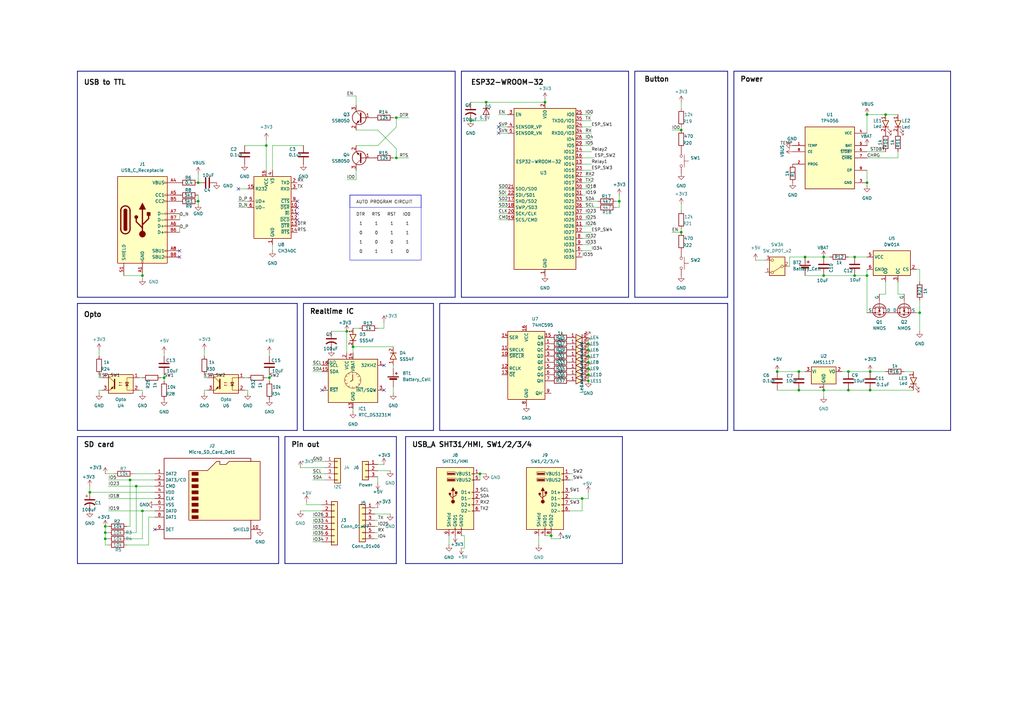
<source format=kicad_sch>
(kicad_sch (version 20231120) (generator "eeschema") (generator_version "8.0")
  (paper "A3")
  (lib_symbols
    (symbol "AAIVS_SYMBOLS:74HC595"
      (property "Reference" "U" (at -7.62 13.97 0))
      (property "Value" "74HC595" (at -7.62 -16.51 0))
      (symbol "74HC595_1_0"
        (pin tri_state line (at 10.16 7.62 180) (length 2.54) (name "QB") (number "1"))
        (pin input line (at -10.16 2.54 0) (length 2.54) (name "~{SRCLR}") (number "10"))
        (pin input line (at -10.16 5.08 0) (length 2.54) (name "SRCLK") (number "11"))
        (pin input line (at -10.16 -2.54 0) (length 2.54) (name "RCLK") (number "12"))
        (pin input line (at -10.16 -5.08 0) (length 2.54) (name "~{OE}") (number "13"))
        (pin input line (at -10.16 10.16 0) (length 2.54) (name "SER") (number "14"))
        (pin tri_state line (at 10.16 10.16 180) (length 2.54) (name "QA") (number "15"))
        (pin power_in line (at 0 15.24 270) (length 2.54) (name "VCC") (number "16"))
        (pin tri_state line (at 10.16 5.08 180) (length 2.54) (name "QC") (number "2"))
        (pin tri_state line (at 10.16 2.54 180) (length 2.54) (name "QD") (number "3"))
        (pin tri_state line (at 10.16 0 180) (length 2.54) (name "QE") (number "4"))
        (pin tri_state line (at 10.16 -2.54 180) (length 2.54) (name "QF") (number "5"))
        (pin tri_state line (at 10.16 -5.08 180) (length 2.54) (name "QG") (number "6"))
        (pin tri_state line (at 10.16 -7.62 180) (length 2.54) (name "QH") (number "7"))
        (pin power_in line (at 0 -17.78 90) (length 2.54) (name "GND") (number "8"))
        (pin output line (at 10.16 -12.7 180) (length 2.54) (name "QH'") (number "9"))
      )
    )
    (symbol "AAIVS_SYMBOLS:AMS1117" (pin_names (offset 0.254))
      (property "Reference" "U" (at -3.81 3.175 0))
      (property "Value" "AMS1117" (at 0 3.175 0))
      (symbol "AMS1117_1_1"
        (pin power_in line (at 0 -7.62 90) (length 2.54) (name "GND") (number "1"))
        (pin power_out line (at 7.62 0 180) (length 2.54) (name "VO") (number "2"))
        (pin power_in line (at -7.62 0 0) (length 2.54) (name "VI") (number "3"))
      )
    )
    (symbol "AAIVS_SYMBOLS:Battery_Cell" (pin_numbers hide) (pin_names (offset 0) hide)
      (property "Reference" "BT" (at 2.54 2.54 0))
      (property "Value" "Battery_Cell" (at 2.54 0 0))
      (symbol "Battery_Cell_1_1"
        (pin passive line (at 0 5.08 270) (length 2.54) (name "+") (number "1"))
        (pin passive line (at 0 -2.54 90) (length 2.54) (name "-") (number "2"))
      )
    )
    (symbol "AAIVS_SYMBOLS:C" (pin_numbers hide) (pin_names (offset 0.254))
      (property "Reference" "C" (at 0.635 2.54 0))
      (property "Value" "C" (at 0.635 -2.54 0))
      (symbol "C_1_1"
        (pin passive line (at 0 3.81 270) (length 2.794) (name "~") (number "1"))
        (pin passive line (at 0 -3.81 90) (length 2.794) (name "~") (number "2"))
      )
    )
    (symbol "AAIVS_SYMBOLS:D_Diode"
      (property "Reference" "D" (at 0 2.54 0))
      (property "Value" "D_Diode" (at 0 -2.54 0))
      (symbol "D_Diode_1_1"
        (pin passive line (at 5.08 0 180) (length 2.54) (name "") (number "1"))
        (pin passive line (at -2.54 0 0) (length 2.54) (name "") (number "2"))
      )
    )
    (symbol "AAIVS_SYMBOLS:Led"
      (property "Reference" "LE" (at 0.508 -2.794 0))
      (property "Value" "Led" (at -0.254 2.794 0))
      (symbol "Led_1_1"
        (pin passive line (at 5.08 0 180) (length 2.54) (name "") (number "1"))
        (pin passive line (at -2.54 0 0) (length 2.54) (name "") (number "2"))
      )
    )
    (symbol "AAIVS_SYMBOLS:Micro_SD_Card_Det1"
      (property "Reference" "J" (at -16.51 17.78 0))
      (property "Value" "Micro_SD_Card_Det1" (at 16.51 17.78 0))
      (symbol "Micro_SD_Card_Det1_1_1"
        (pin bidirectional line (at -22.86 10.16 0) (length 3.81) (name "DAT2") (number "1"))
        (pin passive line (at 20.32 -12.7 180) (length 3.81) (name "SHIELD") (number "10"))
        (pin bidirectional line (at -22.86 7.62 0) (length 3.81) (name "DAT3/CD") (number "2"))
        (pin input line (at -22.86 5.08 0) (length 3.81) (name "CMD") (number "3"))
        (pin power_in line (at -22.86 2.54 0) (length 3.81) (name "VDD") (number "4"))
        (pin input line (at -22.86 0 0) (length 3.81) (name "CLK") (number "5"))
        (pin power_in line (at -22.86 -2.54 0) (length 3.81) (name "VSS") (number "6"))
        (pin bidirectional line (at -22.86 -5.08 0) (length 3.81) (name "DAT0") (number "7"))
        (pin bidirectional line (at -22.86 -7.62 0) (length 3.81) (name "DAT1") (number "8"))
        (pin passive line (at -22.86 -12.7 0) (length 3.81) (name "DET") (number "9"))
      )
    )
    (symbol "AAIVS_SYMBOLS:Minh_NMOS_1" (pin_numbers hide) (pin_names (offset 0))
      (property "Reference" "Q3" (at 6.35 1.2701 0))
      (property "Value" "NMOS" (at 6.35 -1.2699 0))
      (symbol "Minh_NMOS_1_1_1"
        (pin input line (at -5.08 0 0) (length 2.54) (name "G") (number "1"))
        (pin passive line (at 2.54 -5.08 90) (length 2.54) (name "S") (number "2"))
        (pin passive line (at 2.54 5.08 270) (length 2.54) (name "D") (number "3"))
      )
    )
    (symbol "AAIVS_SYMBOLS:Opto" (pin_names (offset 1.016))
      (property "Reference" "U" (at -5.08 6.35 0))
      (property "Value" "Opto" (at -5.08 -6.35 0))
      (symbol "Opto_1_1"
        (pin passive line (at -7.62 2.54 0) (length 2.54) (name "~") (number "1"))
        (pin passive line (at -7.62 -2.54 0) (length 2.54) (name "~") (number "2"))
        (pin passive line (at 7.62 -2.54 180) (length 2.54) (name "~") (number "3"))
        (pin passive line (at 7.62 2.54 180) (length 2.54) (name "~") (number "4"))
      )
    )
    (symbol "AAIVS_SYMBOLS:R" (pin_numbers hide) (pin_names (offset 0))
      (property "Reference" "R" (at 2.032 0 90))
      (property "Value" "R" (at 0 0 90))
      (symbol "R_1_1"
        (pin passive line (at 0 3.81 270) (length 1.27) (name "~") (number "1"))
        (pin passive line (at 0 -3.81 90) (length 1.27) (name "~") (number "2"))
      )
    )
    (symbol "AAIVS_SYMBOLS:RTC_DS3231M"
      (property "Reference" "IC" (at -7.62 8.89 0))
      (property "Value" "RTC_DS3231M" (at 6.985 -20.955 0))
      (symbol "RTC_DS3231M_1_1"
        (pin open_collector line (at 12.7 5.08 180) (length 2.54) (name "32KHZ") (number "1"))
        (pin passive line (at 0 -12.7 90) (length 2.54) hide (name "GND") (number "10"))
        (pin passive line (at 0 -12.7 90) (length 2.54) hide (name "GND") (number "11"))
        (pin passive line (at 0 -12.7 90) (length 2.54) hide (name "GND") (number "12"))
        (pin power_in line (at 0 -12.7 90) (length 2.54) (name "GND") (number "13"))
        (pin power_in line (at 0 10.16 270) (length 2.54) (name "VBAT") (number "14"))
        (pin bidirectional line (at -12.7 2.54 0) (length 2.54) (name "SDA") (number "15"))
        (pin input line (at -12.7 5.08 0) (length 2.54) (name "SCL") (number "16"))
        (pin power_in line (at -2.54 10.16 270) (length 2.54) (name "VCC") (number "2"))
        (pin open_collector line (at 12.7 -5.08 180) (length 2.54) (name "~{INT}/SQW") (number "3"))
        (pin bidirectional line (at -12.7 -5.08 0) (length 2.54) (name "~{RST}") (number "4"))
        (pin passive line (at 0 -12.7 90) (length 2.54) hide (name "GND") (number "5"))
        (pin passive line (at 0 -12.7 90) (length 2.54) hide (name "GND") (number "6"))
        (pin passive line (at 0 -12.7 90) (length 2.54) hide (name "GND") (number "7"))
        (pin passive line (at 0 -12.7 90) (length 2.54) hide (name "GND") (number "8"))
        (pin passive line (at 0 -12.7 90) (length 2.54) hide (name "GND") (number "9"))
      )
    )
    (symbol "AAIVS_SYMBOLS:TP4056" (pin_names (offset 1.016))
      (property "Reference" "U" (at -10.16 13.208 0))
      (property "Value" "TP4056" (at -10.16 -15.24 0))
      (symbol "TP4056_0_0"
        (pin input line (at -15.24 5.08 0) (length 5.08) (name "TEMP") (number "1"))
        (pin bidirectional line (at -15.24 -2.54 0) (length 5.08) (name "PROG") (number "2"))
        (pin power_in line (at 15.24 -10.16 180) (length 5.08) (name "GND") (number "3"))
        (pin power_in line (at 15.24 10.16 180) (length 5.08) (name "VCC") (number "4"))
        (pin output line (at 15.24 5.08 180) (length 5.08) (name "BAT") (number "5"))
        (pin output line (at 15.24 2.54 180) (length 5.08) (name "~{STDBY}") (number "6"))
        (pin output line (at 15.24 0 180) (length 5.08) (name "~{CHRG}") (number "7"))
        (pin input line (at -15.24 2.54 0) (length 5.08) (name "CE") (number "8"))
        (pin passive line (at 15.24 -5.08 180) (length 5.08) (name "EP") (number "9"))
      )
    )
    (symbol "AAIVS_SYMBOLS:USB_C_Receptacle" (pin_names (offset 1.016))
      (property "Reference" "J" (at -21.59 15.24 0))
      (property "Value" "USB_C_Receptacle" (at -12.7 10.16 0))
      (symbol "USB_C_Receptacle_1_1"
        (pin passive line (at 0 -22.86 90) (length 5.08) (name "GND") (number "A1"))
        (pin passive line (at 0 -22.86 90) (length 5.08) hide (name "GND") (number "A12"))
        (pin passive line (at 15.24 15.24 180) (length 5.08) (name "VBUS") (number "A4"))
        (pin bidirectional line (at 15.24 10.16 180) (length 5.08) (name "CC1") (number "A5"))
        (pin bidirectional line (at 15.24 -2.54 180) (length 5.08) (name "D+") (number "A6"))
        (pin bidirectional line (at 15.24 2.54 180) (length 5.08) (name "D-") (number "A7"))
        (pin bidirectional line (at 15.24 -12.7 180) (length 5.08) (name "SBU1") (number "A8"))
        (pin passive line (at 15.24 15.24 180) (length 5.08) hide (name "VBUS") (number "A9"))
        (pin passive line (at 0 -22.86 90) (length 5.08) hide (name "GND") (number "B1"))
        (pin passive line (at 0 -22.86 90) (length 5.08) hide (name "GND") (number "B12"))
        (pin passive line (at 15.24 15.24 180) (length 5.08) hide (name "VBUS") (number "B4"))
        (pin bidirectional line (at 15.24 7.62 180) (length 5.08) (name "CC2") (number "B5"))
        (pin bidirectional line (at 15.24 -5.08 180) (length 5.08) (name "D+") (number "B6"))
        (pin bidirectional line (at 15.24 0 180) (length 5.08) (name "D-") (number "B7"))
        (pin bidirectional line (at 15.24 -15.24 180) (length 5.08) (name "SBU2") (number "B8"))
        (pin passive line (at 15.24 15.24 180) (length 5.08) hide (name "VBUS") (number "B9"))
        (pin passive line (at -7.62 -22.86 90) (length 5.08) (name "SHIELD") (number "S1"))
      )
    )
    (symbol "Battery_Management:DW01A"
      (property "Reference" "U" (at -6.604 6.35 0))
      (property "Value" "DW01A" (at 4.318 6.604 0))
      (symbol "DW01A_0_1"
        (pin output line (at -2.54 -7.62 90) (length 2.54) (name "OD") (number "1"))
        (pin input line (at 10.16 -2.54 180) (length 2.54) (name "CS") (number "2"))
        (pin output line (at 2.54 -7.62 90) (length 2.54) (name "OC") (number "3"))
        (pin power_in line (at -10.16 2.54 0) (length 2.54) (name "VCC") (number "5"))
        (pin power_in line (at -10.16 -2.54 0) (length 2.54) (name "GND") (number "6"))
      )
      (symbol "DW01A_1_1"
        (pin no_connect line (at 10.16 2.54 180) (length 2.54) hide (name "TD") (number "4"))
      )
    )
    (symbol "Connector:USB_A_Stacked" (pin_names (offset 1.016))
      (property "Reference" "J" (at 0 15.875 0))
      (property "Value" "USB_A_Stacked" (at 0 13.97 0))
      (symbol "USB_A_Stacked_1_1"
        (pin power_in line (at 10.16 10.16 180) (length 2.54) (name "VBUS1") (number "1"))
        (pin bidirectional line (at 10.16 0 180) (length 2.54) (name "D1-") (number "2"))
        (pin bidirectional line (at 10.16 2.54 180) (length 2.54) (name "D1+") (number "3"))
        (pin power_in line (at 0 -15.24 90) (length 2.54) (name "GND1") (number "4"))
        (pin power_in line (at 10.16 7.62 180) (length 2.54) (name "VBUS2") (number "5"))
        (pin bidirectional line (at 10.16 -5.08 180) (length 2.54) (name "D2-") (number "6"))
        (pin bidirectional line (at 10.16 -2.54 180) (length 2.54) (name "D2+") (number "7"))
        (pin power_in line (at 2.54 -15.24 90) (length 2.54) (name "GND2") (number "8"))
        (pin passive line (at -2.54 -15.24 90) (length 2.54) (name "Shield") (number "9"))
      )
    )
    (symbol "Connector_Generic:Conn_01x03" (pin_names (offset 1.016) hide)
      (property "Reference" "J" (at 0 5.08 0))
      (property "Value" "Conn_01x03" (at 0 -5.08 0))
      (symbol "Conn_01x03_1_1"
        (pin passive line (at -5.08 2.54 0) (length 3.81) (name "Pin_1") (number "1"))
        (pin passive line (at -5.08 0 0) (length 3.81) (name "Pin_2") (number "2"))
        (pin passive line (at -5.08 -2.54 0) (length 3.81) (name "Pin_3") (number "3"))
      )
    )
    (symbol "Connector_Generic:Conn_01x04" (pin_names (offset 1.016) hide)
      (property "Reference" "J" (at 0 5.08 0))
      (property "Value" "Conn_01x04" (at 0 -7.62 0))
      (symbol "Conn_01x04_1_1"
        (pin passive line (at -5.08 2.54 0) (length 3.81) (name "Pin_1") (number "1"))
        (pin passive line (at -5.08 0 0) (length 3.81) (name "Pin_2") (number "2"))
        (pin passive line (at -5.08 -2.54 0) (length 3.81) (name "Pin_3") (number "3"))
        (pin passive line (at -5.08 -5.08 0) (length 3.81) (name "Pin_4") (number "4"))
      )
    )
    (symbol "Connector_Generic:Conn_01x06" (pin_names (offset 1.016) hide)
      (property "Reference" "J" (at 0 7.62 0))
      (property "Value" "Conn_01x06" (at 0 -10.16 0))
      (symbol "Conn_01x06_1_1"
        (pin passive line (at -5.08 5.08 0) (length 3.81) (name "Pin_1") (number "1"))
        (pin passive line (at -5.08 2.54 0) (length 3.81) (name "Pin_2") (number "2"))
        (pin passive line (at -5.08 0 0) (length 3.81) (name "Pin_3") (number "3"))
        (pin passive line (at -5.08 -2.54 0) (length 3.81) (name "Pin_4") (number "4"))
        (pin passive line (at -5.08 -5.08 0) (length 3.81) (name "Pin_5") (number "5"))
        (pin passive line (at -5.08 -7.62 0) (length 3.81) (name "Pin_6") (number "6"))
      )
    )
    (symbol "Connector_Generic:Conn_01x07" (pin_names (offset 1.016) hide)
      (property "Reference" "J" (at 0 10.16 0))
      (property "Value" "Conn_01x07" (at 0 -10.16 0))
      (symbol "Conn_01x07_1_1"
        (pin passive line (at -5.08 7.62 0) (length 3.81) (name "Pin_1") (number "1"))
        (pin passive line (at -5.08 5.08 0) (length 3.81) (name "Pin_2") (number "2"))
        (pin passive line (at -5.08 2.54 0) (length 3.81) (name "Pin_3") (number "3"))
        (pin passive line (at -5.08 0 0) (length 3.81) (name "Pin_4") (number "4"))
        (pin passive line (at -5.08 -2.54 0) (length 3.81) (name "Pin_5") (number "5"))
        (pin passive line (at -5.08 -5.08 0) (length 3.81) (name "Pin_6") (number "6"))
        (pin passive line (at -5.08 -7.62 0) (length 3.81) (name "Pin_7") (number "7"))
      )
    )
    (symbol "Device:C_Polarized_US" (pin_numbers hide) (pin_names (offset 0.254) hide)
      (property "Reference" "C" (at 0.635 2.54 0))
      (property "Value" "C_Polarized_US" (at 0.635 -2.54 0))
      (symbol "C_Polarized_US_1_1"
        (pin passive line (at 0 3.81 270) (length 2.794) (name "~") (number "1"))
        (pin passive line (at 0 -3.81 90) (length 3.302) (name "~") (number "2"))
      )
    )
    (symbol "Device:D_Zener" (pin_numbers hide) (pin_names (offset 1.016) hide)
      (property "Reference" "D" (at 0 2.54 0))
      (property "Value" "D_Zener" (at 0 -2.54 0))
      (symbol "D_Zener_1_1"
        (pin passive line (at -3.81 0 0) (length 2.54) (name "K") (number "1"))
        (pin passive line (at 3.81 0 180) (length 2.54) (name "A") (number "2"))
      )
    )
    (symbol "Device:R" (pin_numbers hide) (pin_names (offset 0))
      (property "Reference" "R" (at 2.032 0 90))
      (property "Value" "R" (at 0 0 90))
      (symbol "R_1_1"
        (pin passive line (at 0 3.81 270) (length 1.27) (name "~") (number "1"))
        (pin passive line (at 0 -3.81 90) (length 1.27) (name "~") (number "2"))
      )
    )
    (symbol "Interface_USB:CH340C"
      (property "Reference" "U" (at -5.08 13.97 0))
      (property "Value" "CH340C" (at 1.27 13.97 0))
      (symbol "CH340C_1_1"
        (pin power_in line (at 0 -15.24 90) (length 2.54) (name "GND") (number "1"))
        (pin input line (at 10.16 0 180) (length 2.54) (name "~{DSR}") (number "10"))
        (pin input line (at 10.16 -2.54 180) (length 2.54) (name "~{RI}") (number "11"))
        (pin input line (at 10.16 -5.08 180) (length 2.54) (name "~{DCD}") (number "12"))
        (pin output line (at 10.16 -7.62 180) (length 2.54) (name "~{DTR}") (number "13"))
        (pin output line (at 10.16 -10.16 180) (length 2.54) (name "~{RTS}") (number "14"))
        (pin input line (at -10.16 7.62 0) (length 2.54) (name "R232") (number "15"))
        (pin power_in line (at -2.54 15.24 270) (length 2.54) (name "VCC") (number "16"))
        (pin output line (at 10.16 10.16 180) (length 2.54) (name "TXD") (number "2"))
        (pin input line (at 10.16 7.62 180) (length 2.54) (name "RXD") (number "3"))
        (pin power_out line (at 0 15.24 270) (length 2.54) (name "V3") (number "4"))
        (pin bidirectional line (at -10.16 2.54 0) (length 2.54) (name "UD+") (number "5"))
        (pin bidirectional line (at -10.16 0 0) (length 2.54) (name "UD-") (number "6"))
        (pin no_connect line (at -7.62 -5.08 0) (length 2.54) hide (name "NC") (number "7"))
        (pin no_connect line (at -7.62 -7.62 0) (length 2.54) hide (name "NC") (number "8"))
        (pin input line (at 10.16 2.54 180) (length 2.54) (name "~{CTS}") (number "9"))
      )
    )
    (symbol "RF_Module:ESP32-WROOM-32"
      (property "Reference" "U" (at -12.7 34.29 0))
      (property "Value" "ESP32-WROOM-32" (at 1.27 34.29 0))
      (symbol "ESP32-WROOM-32_1_1"
        (pin power_in line (at 0 -35.56 90) (length 2.54) (name "GND") (number "1"))
        (pin bidirectional line (at 15.24 -12.7 180) (length 2.54) (name "IO25") (number "10"))
        (pin bidirectional line (at 15.24 -15.24 180) (length 2.54) (name "IO26") (number "11"))
        (pin bidirectional line (at 15.24 -17.78 180) (length 2.54) (name "IO27") (number "12"))
        (pin bidirectional line (at 15.24 10.16 180) (length 2.54) (name "IO14") (number "13"))
        (pin bidirectional line (at 15.24 15.24 180) (length 2.54) (name "IO12") (number "14"))
        (pin passive line (at 0 -35.56 90) (length 2.54) hide (name "GND") (number "15"))
        (pin bidirectional line (at 15.24 12.7 180) (length 2.54) (name "IO13") (number "16"))
        (pin bidirectional line (at -15.24 -5.08 0) (length 2.54) (name "SHD/SD2") (number "17"))
        (pin bidirectional line (at -15.24 -7.62 0) (length 2.54) (name "SWP/SD3") (number "18"))
        (pin bidirectional line (at -15.24 -12.7 0) (length 2.54) (name "SCS/CMD") (number "19"))
        (pin power_in line (at 0 35.56 270) (length 2.54) (name "VDD") (number "2"))
        (pin bidirectional line (at -15.24 -10.16 0) (length 2.54) (name "SCK/CLK") (number "20"))
        (pin bidirectional line (at -15.24 0 0) (length 2.54) (name "SDO/SD0") (number "21"))
        (pin bidirectional line (at -15.24 -2.54 0) (length 2.54) (name "SDI/SD1") (number "22"))
        (pin bidirectional line (at 15.24 7.62 180) (length 2.54) (name "IO15") (number "23"))
        (pin bidirectional line (at 15.24 25.4 180) (length 2.54) (name "IO2") (number "24"))
        (pin bidirectional line (at 15.24 30.48 180) (length 2.54) (name "IO0") (number "25"))
        (pin bidirectional line (at 15.24 20.32 180) (length 2.54) (name "IO4") (number "26"))
        (pin bidirectional line (at 15.24 5.08 180) (length 2.54) (name "IO16") (number "27"))
        (pin bidirectional line (at 15.24 2.54 180) (length 2.54) (name "IO17") (number "28"))
        (pin bidirectional line (at 15.24 17.78 180) (length 2.54) (name "IO5") (number "29"))
        (pin input line (at -15.24 30.48 0) (length 2.54) (name "EN") (number "3"))
        (pin bidirectional line (at 15.24 0 180) (length 2.54) (name "IO18") (number "30"))
        (pin bidirectional line (at 15.24 -2.54 180) (length 2.54) (name "IO19") (number "31"))
        (pin no_connect line (at -12.7 -27.94 0) (length 2.54) hide (name "NC") (number "32"))
        (pin bidirectional line (at 15.24 -5.08 180) (length 2.54) (name "IO21") (number "33"))
        (pin bidirectional line (at 15.24 22.86 180) (length 2.54) (name "RXD0/IO3") (number "34"))
        (pin bidirectional line (at 15.24 27.94 180) (length 2.54) (name "TXD0/IO1") (number "35"))
        (pin bidirectional line (at 15.24 -7.62 180) (length 2.54) (name "IO22") (number "36"))
        (pin bidirectional line (at 15.24 -10.16 180) (length 2.54) (name "IO23") (number "37"))
        (pin passive line (at 0 -35.56 90) (length 2.54) hide (name "GND") (number "38"))
        (pin passive line (at 0 -35.56 90) (length 2.54) hide (name "GND") (number "39"))
        (pin input line (at -15.24 25.4 0) (length 2.54) (name "SENSOR_VP") (number "4"))
        (pin input line (at -15.24 22.86 0) (length 2.54) (name "SENSOR_VN") (number "5"))
        (pin input line (at 15.24 -25.4 180) (length 2.54) (name "IO34") (number "6"))
        (pin input line (at 15.24 -27.94 180) (length 2.54) (name "IO35") (number "7"))
        (pin bidirectional line (at 15.24 -20.32 180) (length 2.54) (name "IO32") (number "8"))
        (pin bidirectional line (at 15.24 -22.86 180) (length 2.54) (name "IO33") (number "9"))
      )
    )
    (symbol "Switch:SW_DPDT_x2" (pin_names (offset 0) hide)
      (property "Reference" "SW" (at 0 5.08 0))
      (property "Value" "SW_DPDT_x2" (at 0 -5.08 0))
      (symbol "SW_DPDT_x2_1_1"
        (pin passive line (at 5.08 2.54 180) (length 2.54) (name "A") (number "1"))
        (pin passive line (at -5.08 0 0) (length 2.54) (name "B") (number "2"))
        (pin passive line (at 5.08 -2.54 180) (length 2.54) (name "C") (number "3"))
      )
      (symbol "SW_DPDT_x2_2_1"
        (pin passive line (at 5.08 2.54 180) (length 2.54) (name "A") (number "4"))
        (pin passive line (at -5.08 0 0) (length 2.54) (name "B") (number "5"))
        (pin passive line (at 5.08 -2.54 180) (length 2.54) (name "C") (number "6"))
      )
    )
    (symbol "Switch:SW_Push" (pin_numbers hide) (pin_names (offset 1.016) hide)
      (property "Reference" "SW" (at 1.27 2.54 0))
      (property "Value" "SW_Push" (at 0 -1.524 0))
      (symbol "SW_Push_0_1"
        (pin passive line (at -5.08 0 0) (length 2.54) (name "1") (number "1"))
        (pin passive line (at 5.08 0 180) (length 2.54) (name "2") (number "2"))
      )
    )
    (symbol "Transistor_BJT:SS8050" (pin_names (offset 0) hide)
      (property "Reference" "Q" (at 5.08 1.905 0))
      (property "Value" "SS8050" (at 5.08 0 0))
      (symbol "SS8050_1_1"
        (pin input line (at -5.08 0 0) (length 5.715) (name "B") (number "1"))
        (pin passive line (at 2.54 -5.08 90) (length 2.54) (name "E") (number "2"))
        (pin passive line (at 2.54 5.08 270) (length 2.54) (name "C") (number "3"))
      )
    )
    (symbol "power:+3.3V" (power) (pin_numbers hide) (pin_names (offset 0) hide)
      (property "Value" "+3.3V" (at 0 3.556 0))
      (symbol "+3.3V_1_1"
        (pin power_in line (at 0 0 90) (length 0) (name "~") (number "1"))
      )
    )
    (symbol "power:+3V3" (power) (pin_numbers hide) (pin_names (offset 0) hide)
      (property "Value" "+3V3" (at 0 3.556 0))
      (symbol "+3V3_1_1"
        (pin power_in line (at 0 0 90) (length 0) (name "~") (number "1"))
      )
    )
    (symbol "power:+5V" (power) (pin_numbers hide) (pin_names (offset 0) hide)
      (property "Value" "+5V" (at 0 3.556 0))
      (symbol "+5V_1_1"
        (pin power_in line (at 0 0 90) (length 0) (name "~") (number "1"))
      )
    )
    (symbol "power:GND" (power) (pin_numbers hide) (pin_names (offset 0) hide)
      (property "Value" "GND" (at 0 -3.81 0))
      (symbol "GND_1_1"
        (pin power_in line (at 0 0 270) (length 0) (name "~") (number "1"))
      )
    )
    (symbol "power:VDD" (power) (pin_numbers hide) (pin_names (offset 0) hide)
      (property "Value" "VDD" (at 0 3.556 0))
      (symbol "VDD_1_1"
        (pin power_in line (at 0 0 90) (length 0) (name "~") (number "1"))
      )
    )
  )
  (junction (at 241.3 156.21))
  (junction (at 162.56 64.77))
  (junction (at 279.4 53.34))
  (junction (at 355.6 113.03))
  (junction (at 241.3 146.05))
  (junction (at 36.83 201.93))
  (junction (at 241.3 140.97))
  (junction (at 254 82.55))
  (junction (at 223.52 41.91))
  (junction (at 58.42 209.55))
  (junction (at 337.82 160.02))
  (junction (at 55.88 199.39))
  (junction (at 377.19 128.27))
  (junction (at 110.49 154.94))
  (junction (at 350.52 113.03))
  (junction (at 81.28 82.55))
  (junction (at 363.22 46.99))
  (junction (at 142.24 135.89))
  (junction (at 318.77 152.4))
  (junction (at 226.06 219.71))
  (junction (at 43.18 220.98))
  (junction (at 241.3 151.13))
  (junction (at 241.3 148.59))
  (junction (at 241.3 143.51))
  (junction (at 356.87 152.4))
  (junction (at 58.42 113.03))
  (junction (at 196.85 194.31))
  (junction (at 43.18 218.44))
  (junction (at 193.04 49.53))
  (junction (at 327.66 152.4))
  (junction (at 53.34 196.85))
  (junction (at 347.98 160.02))
  (junction (at 109.22 59.69))
  (junction (at 241.3 153.67))
  (junction (at 43.18 215.9))
  (junction (at 350.52 105.41))
  (junction (at 330.2 105.41))
  (junction (at 355.6 74.93))
  (junction (at 347.98 152.4))
  (junction (at 144.78 142.24))
  (junction (at 279.4 95.25))
  (junction (at 356.87 160.02))
  (junction (at 337.82 113.03))
  (junction (at 81.28 74.93))
  (junction (at 238.76 204.47))
  (junction (at 327.66 160.02))
  (junction (at 337.82 105.41))
  (junction (at 67.31 154.94))
  (junction (at 355.6 46.99))
  (junction (at 199.39 41.91))
  (junction (at 162.56 48.26))
  (no_connect (at 204.47 54.61))
  (no_connect (at 121.92 90.17))
  (no_connect (at 157.48 160.02))
  (no_connect (at 121.92 82.55))
  (no_connect (at 132.08 160.02))
  (no_connect (at 121.92 85.09))
  (no_connect (at 73.66 102.87))
  (no_connect (at 121.92 87.63))
  (no_connect (at 204.47 52.07))
  (no_connect (at 97.79 77.47))
  (no_connect (at 63.5 217.17))
  (no_connect (at 157.48 149.86))
  (no_connect (at 73.66 105.41))
  (wire (pts (xy 238.76 62.23) (xy 242.57 62.23)))
  (wire (pts (xy 204.47 77.47) (xy 208.28 77.47)))
  (wire (pts (xy 350.52 105.41) (xy 355.6 105.41)))
  (wire (pts (xy 370.84 152.4) (xy 374.65 152.4)))
  (wire (pts (xy 111.76 69.85) (xy 111.76 59.69)))
  (wire (pts (xy 67.31 154.94) (xy 67.31 156.21)))
  (wire (pts (xy 40.64 161.29) (xy 40.64 160.02)))
  (wire (pts (xy 146.05 69.85) (xy 146.05 73.66)))
  (wire (pts (xy 153.67 208.28) (xy 154.94 208.28)))
  (wire (pts (xy 110.49 144.78) (xy 110.49 146.05)))
  (wire (pts (xy 154.94 134.62) (xy 157.48 134.62)))
  (wire (pts (xy 327.66 160.02) (xy 337.82 160.02)))
  (bus (pts (xy 298.45 121.92) (xy 298.45 29.21)))
  (wire (pts (xy 196.85 194.31) (xy 196.85 196.85)))
  (wire (pts (xy 223.52 40.64) (xy 223.52 41.91)))
  (wire (pts (xy 241.3 204.47) (xy 238.76 204.47)))
  (wire (pts (xy 204.47 52.07) (xy 208.28 52.07)))
  (bus (pts (xy 31.75 29.21) (xy 31.75 121.92)))
  (wire (pts (xy 57.15 160.02) (xy 58.42 160.02)))
  (wire (pts (xy 220.98 219.71) (xy 220.98 223.52)))
  (wire (pts (xy 132.08 212.09) (xy 128.27 212.09)))
  (wire (pts (xy 243.84 64.77) (xy 238.76 64.77)))
  (wire (pts (xy 44.45 196.85) (xy 53.34 196.85)))
  (wire (pts (xy 368.3 120.65) (xy 368.3 115.57)))
  (wire (pts (xy 144.78 134.62) (xy 147.32 134.62)))
  (bus (pts (xy 300.99 29.21) (xy 300.99 176.53)))
  (wire (pts (xy 184.15 219.71) (xy 184.15 223.52)))
  (wire (pts (xy 323.85 105.41) (xy 330.2 105.41)))
  (wire (pts (xy 44.45 204.47) (xy 63.5 204.47)))
  (wire (pts (xy 44.45 209.55) (xy 58.42 209.55)))
  (wire (pts (xy 43.18 215.9) (xy 44.45 215.9)))
  (wire (pts (xy 238.76 102.87) (xy 242.57 102.87)))
  (bus (pts (xy 31.75 231.14) (xy 114.3 231.14)))
  (wire (pts (xy 356.87 152.4) (xy 363.22 152.4)))
  (wire (pts (xy 52.07 220.98) (xy 58.42 220.98)))
  (wire (pts (xy 254 85.09) (xy 254 82.55)))
  (wire (pts (xy 242.57 69.85) (xy 238.76 69.85)))
  (wire (pts (xy 43.18 220.98) (xy 43.18 223.52)))
  (bus (pts (xy 31.75 29.21) (xy 186.69 29.21)))
  (wire (pts (xy 377.19 110.49) (xy 375.92 110.49)))
  (wire (pts (xy 153.67 218.44) (xy 154.94 218.44)))
  (wire (pts (xy 241.3 151.13) (xy 241.3 153.67)))
  (wire (pts (xy 146.05 53.34) (xy 154.94 53.34)))
  (wire (pts (xy 132.08 217.17) (xy 128.27 217.17)))
  (wire (pts (xy 318.77 152.4) (xy 327.66 152.4)))
  (wire (pts (xy 58.42 113.03) (xy 58.42 114.3)))
  (wire (pts (xy 238.76 87.63) (xy 242.57 87.63)))
  (wire (pts (xy 40.64 160.02) (xy 41.91 160.02)))
  (bus (pts (xy 300.99 176.53) (xy 389.89 176.53)))
  (wire (pts (xy 53.34 215.9) (xy 53.34 196.85)))
  (wire (pts (xy 279.4 93.98) (xy 279.4 95.25)))
  (wire (pts (xy 83.82 154.94) (xy 83.82 153.67)))
  (wire (pts (xy 85.09 154.94) (xy 83.82 154.94)))
  (wire (pts (xy 337.82 160.02) (xy 337.82 162.56)))
  (wire (pts (xy 58.42 160.02) (xy 58.42 161.29)))
  (bus (pts (xy 186.69 121.92) (xy 31.75 121.92)))
  (wire (pts (xy 345.44 152.4) (xy 347.98 152.4)))
  (wire (pts (xy 53.34 196.85) (xy 63.5 196.85)))
  (wire (pts (xy 377.19 128.27) (xy 375.92 128.27)))
  (wire (pts (xy 238.76 67.31) (xy 242.57 67.31)))
  (bus (pts (xy 114.3 231.14) (xy 114.3 179.07)))
  (bus (pts (xy 300.99 29.21) (xy 389.89 29.21)))
  (bus (pts (xy 166.37 179.07) (xy 255.27 179.07)))
  (wire (pts (xy 153.67 213.36) (xy 154.94 213.36)))
  (bus (pts (xy 186.69 29.21) (xy 186.69 121.92)))
  (wire (pts (xy 135.89 135.89) (xy 142.24 135.89)))
  (wire (pts (xy 238.76 49.53) (xy 242.57 49.53)))
  (bus (pts (xy 116.84 179.07) (xy 162.56 179.07)))
  (wire (pts (xy 43.18 218.44) (xy 43.18 220.98)))
  (wire (pts (xy 125.73 207.01) (xy 125.73 205.74)))
  (wire (pts (xy 368.3 62.23) (xy 368.3 64.77)))
  (wire (pts (xy 162.56 64.77) (xy 167.64 64.77)))
  (wire (pts (xy 101.6 154.94) (xy 100.33 154.94)))
  (wire (pts (xy 199.39 41.91) (xy 223.52 41.91)))
  (wire (pts (xy 52.07 218.44) (xy 55.88 218.44)))
  (wire (pts (xy 111.76 59.69) (xy 124.46 59.69)))
  (bus (pts (xy 124.46 124.46) (xy 177.8 124.46)))
  (wire (pts (xy 377.19 115.57) (xy 377.19 110.49)))
  (bus (pts (xy 31.75 124.46) (xy 121.92 124.46)))
  (wire (pts (xy 132.08 219.71) (xy 128.27 219.71)))
  (wire (pts (xy 337.82 160.02) (xy 347.98 160.02)))
  (wire (pts (xy 44.45 199.39) (xy 55.88 199.39)))
  (wire (pts (xy 233.68 204.47) (xy 238.76 204.47)))
  (wire (pts (xy 330.2 105.41) (xy 337.82 105.41)))
  (bus (pts (xy 116.84 231.14) (xy 162.56 231.14)))
  (wire (pts (xy 190.5 224.79) (xy 190.5 219.71)))
  (wire (pts (xy 355.6 74.93) (xy 355.6 76.2)))
  (wire (pts (xy 157.48 134.62) (xy 157.48 132.08)))
  (wire (pts (xy 110.49 153.67) (xy 110.49 154.94)))
  (wire (pts (xy 162.56 48.26) (xy 167.64 48.26)))
  (wire (pts (xy 330.2 113.03) (xy 337.82 113.03)))
  (wire (pts (xy 110.49 154.94) (xy 110.49 156.21)))
  (bus (pts (xy 189.23 29.21) (xy 257.81 29.21)))
  (wire (pts (xy 189.23 224.79) (xy 190.5 224.79)))
  (wire (pts (xy 204.47 46.99) (xy 208.28 46.99)))
  (wire (pts (xy 161.29 149.86) (xy 161.29 151.13)))
  (wire (pts (xy 132.08 207.01) (xy 125.73 207.01)))
  (wire (pts (xy 275.59 95.25) (xy 279.4 95.25)))
  (wire (pts (xy 363.22 120.65) (xy 363.22 115.57)))
  (wire (pts (xy 50.8 113.03) (xy 58.42 113.03)))
  (wire (pts (xy 144.78 142.24) (xy 161.29 142.24)))
  (wire (pts (xy 233.68 196.85) (xy 234.95 196.85)))
  (wire (pts (xy 368.3 64.77) (xy 355.6 64.77)))
  (wire (pts (xy 144.78 167.64) (xy 144.78 168.91)))
  (wire (pts (xy 241.3 153.67) (xy 241.3 156.21)))
  (wire (pts (xy 58.42 220.98) (xy 58.42 209.55)))
  (wire (pts (xy 233.68 194.31) (xy 234.95 194.31)))
  (bus (pts (xy 257.81 121.92) (xy 257.81 29.21)))
  (wire (pts (xy 233.68 209.55) (xy 238.76 209.55)))
  (wire (pts (xy 229.87 220.98) (xy 226.06 220.98)))
  (wire (pts (xy 193.04 41.91) (xy 199.39 41.91)))
  (wire (pts (xy 111.76 100.33) (xy 111.76 102.87)))
  (wire (pts (xy 193.04 49.53) (xy 199.39 49.53)))
  (wire (pts (xy 242.57 52.07) (xy 238.76 52.07)))
  (wire (pts (xy 242.57 95.25) (xy 238.76 95.25)))
  (wire (pts (xy 238.76 59.69) (xy 242.57 59.69)))
  (wire (pts (xy 123.19 191.77) (xy 133.35 191.77)))
  (wire (pts (xy 60.96 212.09) (xy 63.5 212.09)))
  (wire (pts (xy 109.22 154.94) (xy 110.49 154.94)))
  (wire (pts (xy 252.73 82.55) (xy 254 82.55)))
  (wire (pts (xy 377.19 123.19) (xy 377.19 128.27)))
  (bus (pts (xy 260.35 29.21) (xy 260.35 121.92)))
  (wire (pts (xy 153.67 220.98) (xy 154.94 220.98)))
  (wire (pts (xy 347.98 105.41) (xy 350.52 105.41)))
  (wire (pts (xy 238.76 92.71) (xy 242.57 92.71)))
  (wire (pts (xy 275.59 53.34) (xy 279.4 53.34)))
  (wire (pts (xy 279.4 41.91) (xy 279.4 44.45)))
  (wire (pts (xy 238.76 100.33) (xy 242.57 100.33)))
  (wire (pts (xy 204.47 90.17) (xy 208.28 90.17)))
  (bus (pts (xy 31.75 124.46) (xy 31.75 176.53)))
  (wire (pts (xy 337.82 105.41) (xy 340.36 105.41)))
  (wire (pts (xy 109.22 59.69) (xy 109.22 69.85)))
  (wire (pts (xy 43.18 194.31) (xy 46.99 194.31)))
  (wire (pts (xy 128.27 189.23) (xy 133.35 189.23)))
  (bus (pts (xy 189.23 121.92) (xy 257.81 121.92)))
  (wire (pts (xy 83.82 161.29) (xy 83.82 160.02)))
  (wire (pts (xy 238.76 57.15) (xy 242.57 57.15)))
  (wire (pts (xy 238.76 82.55) (xy 245.11 82.55)))
  (wire (pts (xy 41.91 154.94) (xy 40.64 154.94)))
  (wire (pts (xy 83.82 160.02) (xy 85.09 160.02)))
  (wire (pts (xy 154.94 193.04) (xy 160.02 193.04)))
  (wire (pts (xy 355.6 113.03) (xy 355.6 128.27)))
  (wire (pts (xy 204.47 87.63) (xy 208.28 87.63)))
  (bus (pts (xy 180.34 124.46) (xy 180.34 176.53)))
  (wire (pts (xy 128.27 152.4) (xy 132.08 152.4)))
  (wire (pts (xy 238.76 77.47) (xy 242.57 77.47)))
  (bus (pts (xy 162.56 231.14) (xy 162.56 179.07)))
  (wire (pts (xy 55.88 199.39) (xy 63.5 199.39)))
  (wire (pts (xy 43.18 215.9) (xy 43.18 218.44)))
  (wire (pts (xy 97.79 82.55) (xy 101.6 82.55)))
  (wire (pts (xy 226.06 220.98) (xy 226.06 219.71)))
  (wire (pts (xy 162.56 60.96) (xy 162.56 64.77)))
  (wire (pts (xy 100.33 160.02) (xy 101.6 160.02)))
  (wire (pts (xy 60.96 223.52) (xy 60.96 212.09)))
  (wire (pts (xy 132.08 222.25) (xy 128.27 222.25)))
  (wire (pts (xy 355.6 46.99) (xy 355.6 54.61)))
  (wire (pts (xy 252.73 85.09) (xy 254 85.09)))
  (wire (pts (xy 43.18 220.98) (xy 44.45 220.98)))
  (wire (pts (xy 204.47 85.09) (xy 208.28 85.09)))
  (wire (pts (xy 355.6 62.23) (xy 363.22 62.23)))
  (wire (pts (xy 355.6 110.49) (xy 355.6 113.03)))
  (bus (pts (xy 260.35 29.21) (xy 298.45 29.21)))
  (wire (pts (xy 43.18 218.44) (xy 44.45 218.44)))
  (wire (pts (xy 123.19 209.55) (xy 132.08 209.55)))
  (wire (pts (xy 144.78 144.78) (xy 144.78 142.24)))
  (bus (pts (xy 298.45 176.53) (xy 180.34 176.53)))
  (bus (pts (xy 166.37 231.14) (xy 255.27 231.14)))
  (wire (pts (xy 337.82 113.03) (xy 350.52 113.03)))
  (bus (pts (xy 31.75 179.07) (xy 31.75 231.14)))
  (wire (pts (xy 238.76 204.47) (xy 238.76 209.55)))
  (wire (pts (xy 128.27 194.31) (xy 133.35 194.31)))
  (bus (pts (xy 260.35 121.92) (xy 298.45 121.92)))
  (wire (pts (xy 146.05 59.69) (xy 154.94 59.69)))
  (wire (pts (xy 142.24 39.37) (xy 146.05 39.37)))
  (wire (pts (xy 241.3 201.93) (xy 241.3 204.47)))
  (wire (pts (xy 238.76 85.09) (xy 245.11 85.09)))
  (wire (pts (xy 36.83 201.93) (xy 63.5 201.93)))
  (bus (pts (xy 31.75 179.07) (xy 114.3 179.07)))
  (bus (pts (xy 116.84 179.07) (xy 116.84 231.14)))
  (wire (pts (xy 154.94 53.34) (xy 162.56 60.96)))
  (wire (pts (xy 279.4 83.82) (xy 279.4 86.36)))
  (wire (pts (xy 241.3 146.05) (xy 241.3 148.59)))
  (wire (pts (xy 132.08 214.63) (xy 128.27 214.63)))
  (wire (pts (xy 327.66 152.4) (xy 330.2 152.4)))
  (wire (pts (xy 279.4 52.07) (xy 279.4 53.34)))
  (wire (pts (xy 238.76 74.93) (xy 242.57 74.93)))
  (bus (pts (xy 124.46 124.46) (xy 124.46 176.53)))
  (wire (pts (xy 355.6 46.99) (xy 363.22 46.99)))
  (wire (pts (xy 204.47 82.55) (xy 208.28 82.55)))
  (bus (pts (xy 189.23 29.21) (xy 189.23 121.92)))
  (wire (pts (xy 100.33 59.69) (xy 109.22 59.69)))
  (bus (pts (xy 255.27 231.14) (xy 255.27 179.07)))
  (wire (pts (xy 81.28 83.82) (xy 81.28 82.55)))
  (wire (pts (xy 142.24 135.89) (xy 142.24 144.78)))
  (wire (pts (xy 161.29 158.75) (xy 161.29 161.29)))
  (wire (pts (xy 128.27 196.85) (xy 133.35 196.85)))
  (wire (pts (xy 241.3 138.43) (xy 241.3 140.97)))
  (wire (pts (xy 238.76 80.01) (xy 240.03 80.01)))
  (wire (pts (xy 223.52 219.71) (xy 226.06 219.71)))
  (bus (pts (xy 166.37 179.07) (xy 166.37 231.14)))
  (wire (pts (xy 238.76 97.79) (xy 242.57 97.79)))
  (wire (pts (xy 323.85 109.22) (xy 323.85 105.41)))
  (wire (pts (xy 238.76 54.61) (xy 242.57 54.61)))
  (wire (pts (xy 238.76 72.39) (xy 242.57 72.39)))
  (wire (pts (xy 146.05 43.18) (xy 146.05 39.37)))
  (wire (pts (xy 67.31 144.78) (xy 67.31 146.05)))
  (wire (pts (xy 162.56 48.26) (xy 162.56 52.07)))
  (wire (pts (xy 109.22 57.15) (xy 109.22 59.69)))
  (wire (pts (xy 363.22 46.99) (xy 368.3 46.99)))
  (wire (pts (xy 142.24 73.66) (xy 146.05 73.66)))
  (wire (pts (xy 370.84 120.65) (xy 368.3 120.65)))
  (wire (pts (xy 40.64 143.51) (xy 40.64 146.05)))
  (wire (pts (xy 377.19 135.89) (xy 377.19 128.27)))
  (wire (pts (xy 52.07 223.52) (xy 60.96 223.52)))
  (wire (pts (xy 355.6 113.03) (xy 350.52 113.03)))
  (wire (pts (xy 97.79 85.09) (xy 101.6 85.09)))
  (bus (pts (xy 177.8 176.53) (xy 177.8 124.46)))
  (wire (pts (xy 204.47 54.61) (xy 208.28 54.61)))
  (wire (pts (xy 40.64 154.94) (xy 40.64 153.67)))
  (wire (pts (xy 154.94 195.58) (xy 154.94 198.12)))
  (wire (pts (xy 97.79 77.47) (xy 101.6 77.47)))
  (wire (pts (xy 360.68 120.65) (xy 363.22 120.65)))
  (wire (pts (xy 73.66 87.63) (xy 73.66 90.17)))
  (wire (pts (xy 128.27 149.86) (xy 132.08 149.86)))
  (wire (pts (xy 36.83 199.39) (xy 36.83 201.93)))
  (wire (pts (xy 66.04 154.94) (xy 67.31 154.94)))
  (wire (pts (xy 241.3 148.59) (xy 241.3 151.13)))
  (bus (pts (xy 31.75 176.53) (xy 121.92 176.53)))
  (wire (pts (xy 67.31 153.67) (xy 67.31 154.94)))
  (wire (pts (xy 241.3 143.51) (xy 241.3 146.05)))
  (bus (pts (xy 180.34 124.46) (xy 298.45 124.46)))
  (bus (pts (xy 124.46 176.53) (xy 177.8 176.53)))
  (wire (pts (xy 54.61 194.31) (xy 63.5 194.31)))
  (wire (pts (xy 83.82 143.51) (xy 83.82 146.05)))
  (wire (pts (xy 254 80.01) (xy 254 82.55)))
  (wire (pts (xy 238.76 46.99) (xy 242.57 46.99)))
  (wire (pts (xy 318.77 160.02) (xy 327.66 160.02)))
  (wire (pts (xy 52.07 215.9) (xy 53.34 215.9)))
  (wire (pts (xy 154.94 59.69) (xy 162.56 52.07)))
  (wire (pts (xy 356.87 160.02) (xy 374.65 160.02)))
  (wire (pts (xy 101.6 160.02) (xy 101.6 161.29)))
  (wire (pts (xy 81.28 80.01) (xy 81.28 82.55)))
  (wire (pts (xy 196.85 194.31) (xy 199.39 194.31)))
  (wire (pts (xy 347.98 160.02) (xy 356.87 160.02)))
  (wire (pts (xy 238.76 90.17) (xy 242.57 90.17)))
  (wire (pts (xy 43.18 223.52) (xy 44.45 223.52)))
  (wire (pts (xy 153.67 210.82) (xy 160.02 210.82)))
  (wire (pts (xy 347.98 152.4) (xy 356.87 152.4)))
  (wire (pts (xy 154.94 190.5) (xy 157.48 190.5)))
  (wire (pts (xy 161.29 48.26) (xy 162.56 48.26)))
  (wire (pts (xy 161.29 64.77) (xy 162.56 64.77)))
  (wire (pts (xy 153.67 215.9) (xy 154.94 215.9)))
  (wire (pts (xy 58.42 209.55) (xy 63.5 209.55)))
  (bus (pts (xy 121.92 176.53) (xy 121.92 124.46)))
  (wire (pts (xy 309.88 106.68) (xy 313.69 106.68)))
  (bus (pts (xy 389.89 176.53) (xy 389.89 29.21)))
  (wire (pts (xy 58.42 154.94) (xy 57.15 154.94)))
  (wire (pts (xy 204.47 80.01) (xy 208.28 80.01)))
  (wire (pts (xy 190.5 219.71) (xy 189.23 219.71)))
  (bus (pts (xy 298.45 124.46) (xy 298.45 176.53)))
  (wire (pts (xy 73.66 92.71) (xy 73.66 95.25)))
  (wire (pts (xy 81.28 71.12) (xy 81.28 74.93)))
  (wire (pts (xy 55.88 218.44) (xy 55.88 199.39)))
  (wire (pts (xy 355.6 69.85) (xy 355.6 74.93)))
  (wire (pts (xy 241.3 140.97) (xy 241.3 143.51)))
  (rectangle (start 143.51 80.01) (end 172.72 85.09))
  (rectangle (start 143.51 80.01) (end 172.72 106.68))
  (label "Power" (at 303.53 34.29 0) (effects (font (size 2.032 2.032) (thickness 0.4064) (bold yes))))
  (label "IO25" (at 154.94 215.9 0))
  (label "GND" (at 128.27 189.23 0))
  (label "TX" (at 121.92 77.47 0))
  (label "1" (at 160.02 104.14 0))
  (label "IO34" (at 128.27 222.25 0))
  (label "ESP_SW4" (at 242.57 95.25 0))
  (label "D_P" (at 97.79 82.55 0))
  (label "SW1" (at 233.68 201.93 0))
  (label "SDA" (at 196.85 204.47 0))
  (label "1" (at 147.32 92.71 0))
  (label "SVN" (at 204.47 54.61 0))
  (label "IO18" (at 44.45 204.47 0))
  (label "IO35" (at 238.76 105.41 0))
  (label "IO5" (at 44.45 196.85 0))
  (label "IO4" (at 154.94 220.98 0))
  (label "CHRG" (at 355.6 64.77 0))
  (label "Relay1" (at 242.57 67.31 0))
  (label "IO4" (at 240.03 57.15 0))
  (label "DTR" (at 121.92 92.71 0))
  (label "IO33" (at 240.03 100.33 0))
  (label "1" (at 153.67 104.14 0))
  (label "IO26" (at 240.03 92.71 0))
  (label "1" (at 160.02 96.52 0))
  (label "SW4" (at 234.95 196.85 0))
  (label "1" (at 153.67 92.71 0))
  (label "SCL" (at 128.27 149.86 0))
  (label "CMD" (at 204.47 90.17 0))
  (label "RST" (at 158.75 88.9 0))
  (label "IO5" (at 240.03 59.69 0))
  (label "TX2" (at 240.03 74.93 0))
  (label "SW2" (at 110.49 154.94 0))
  (label "Pin out" (at 119.38 184.15 0) (effects (font (size 2.032 2.032) (thickness 0.4064) (bold yes))))
  (label "CLK" (at 204.47 87.63 0))
  (label "Button " (at 264.16 34.29 0) (effects (font (size 2.032 2.032) (thickness 0.4064) (bold yes))))
  (label "EN" (at 204.47 46.99 0))
  (label "TX2" (at 196.85 209.55 0))
  (label "RTS" (at 163.83 64.77 0))
  (label "RX2" (at 240.03 72.39 0))
  (label "IO0" (at 142.24 73.66 0))
  (label "0" (at 166.37 104.14 0))
  (label "Relay2" (at 242.57 62.23 0))
  (label "IO19" (at 240.03 80.01 0))
  (label "D_N" (at 97.79 85.09 0))
  (label "Realtime IC" (at 127 129.54 0) (effects (font (size 2.032 2.032) (thickness 0.4064) (bold yes))))
  (label "SDA" (at 128.27 196.85 0))
  (label "RX" (at 240.03 54.61 0))
  (label "IO0" (at 275.59 53.34 0))
  (label "IO0" (at 240.03 46.99 0))
  (label "IO32" (at 240.03 97.79 0))
  (label "1" (at 166.37 96.52 0))
  (label "RX2" (at 196.85 207.01 0))
  (label "DTR" (at 163.83 48.26 0))
  (label "ESP_SW1" (at 40.64 154.94 0))
  (label "1" (at 160.02 92.71 0))
  (label "IO19" (at 44.45 209.55 0))
  (label "SW2" (at 234.95 194.31 0))
  (label "IO32" (at 128.27 217.17 0))
  (label "SD3" (at 204.47 85.09 0))
  (label "RTS" (at 152.4 88.9 0))
  (label "Opto" (at 34.29 130.81 0) (effects (font (size 2.032 2.032) (thickness 0.4064) (bold yes))))
  (label "SCL" (at 240.03 85.09 0))
  (label "IO35" (at 128.27 219.71 0))
  (label "ESP_SW2" (at 243.84 64.77 0))
  (label "STDBY" (at 356.87 62.23 0))
  (label "AUTO PROGRAM CIRCUIT" (at 146.05 83.82 0))
  (label "0" (at 153.67 100.33 0))
  (label "RX" (at 121.92 74.93 0))
  (label "TX" (at 240.03 49.53 0))
  (label "IO33" (at 128.27 214.63 0))
  (label "IO18" (at 240.03 77.47 0))
  (label "TEMP" (at 320.04 59.69 0))
  (label "1" (at 166.37 92.71 0))
  (label "IO23" (at 240.03 87.63 0))
  (label "D_N" (at 73.66 88.9 0))
  (label "TX" (at 154.94 213.36 0))
  (label "SDI" (at 204.47 80.01 0))
  (label "RTS" (at 121.92 95.25 0))
  (label "SW1" (at 67.31 154.94 0))
  (label "EN" (at 142.24 39.37 0))
  (label "0" (at 147.32 104.14 0))
  (label "D_P" (at 73.66 93.98 0))
  (label "RX" (at 154.94 218.44 0))
  (label "IO23" (at 44.45 199.39 0))
  (label "SDA" (at 128.27 152.4 0))
  (label "IO25" (at 240.03 90.17 0))
  (label "ESP_SW1" (at 242.57 52.07 0))
  (label "0" (at 147.32 96.52 0))
  (label "USB to TTL" (at 34.29 35.56 0) (effects (font (size 2.032 2.032) (thickness 0.4064) (bold yes))))
  (label "IO34" (at 242.57 102.87 0))
  (label "SW3" (at 233.68 207.01 0))
  (label "SDO" (at 204.47 77.47 0))
  (label "SDA" (at 240.03 82.55 0))
  (label "ESP32-WROOM-32" (at 193.04 35.56 0) (effects (font (size 2.032 2.032) (thickness 0.4064) (bold yes))))
  (label "1" (at 147.32 100.33 0))
  (label "SD2" (at 204.47 82.55 0))
  (label "SVP" (at 204.47 52.07 0))
  (label "IO0" (at 165.1 88.9 0))
  (label "SCL" (at 196.85 201.93 0))
  (label "SCL" (at 128.27 194.31 0))
  (label "IO26" (at 128.27 212.09 0))
  (label "ESP_SW2" (at 83.82 154.94 0))
  (label "USB_A SHT31{slash}HMI, SW1{slash}2{slash}3{slash}4" (at 168.91 184.15 0) (effects (font (size 2.032 2.032) (thickness 0.4064) (bold yes))))
  (label "DTR" (at 146.05 88.9 0))
  (label "EN" (at 275.59 95.25 0))
  (label "0" (at 160.02 100.33 0))
  (label "1" (at 166.37 100.33 0))
  (label "SD card" (at 34.29 184.15 0) (effects (font (size 2.032 2.032) (thickness 0.4064) (bold yes))))
  (label "0" (at 153.67 96.52 0))
  (label "ESP_SW3" (at 242.57 69.85 0))
  (symbol (lib_id "power:VDD") (at 40.64 143.51 0) (unit 1)
    (property "Reference" "#PWR044" (effects (hide yes)))
    (property "Value" "+3V3" (at 40.64 139.192 0))
    (property "Description" "Power symbol creates a global label with name \"VDD\"" (effects (hide yes)))
  )
  (symbol (lib_id "power:VDD") (at 81.28 71.12 0) (unit 1)
    (property "Reference" "#PWR011" (effects (hide yes)))
    (property "Value" "VBUS" (at 81.534 66.802 0))
    (property "Description" "Power symbol creates a global label with name \"VDD\"" (effects (hide yes)))
  )
  (symbol (lib_id "AAIVS_SYMBOLS:C") (at 85.09 74.93 90) (unit 1)
    (property "Reference" "C4" (at 86.36 77.978 90) (effects (justify left)))
    (property "Value" "10uF" (at 87.884 71.882 90) (effects (justify left)))
    (property "Footprint" "IVS_FOOTPRINTS:C_0603" (effects (hide yes)))
    (property "Description" "Unpolarized capacitor" (effects (hide yes)))
  )
  (symbol (lib_id "AAIVS_SYMBOLS:Micro_SD_Card_Det1") (at 86.36 204.47 0) (unit 1)
    (property "Reference" "J2" (at 86.995 182.88 0))
    (property "Value" "Micro_SD_Card_Det1" (at 86.995 185.42 0))
    (property "Footprint" "IVS_FOOTPRINTS:Socket_MicroSD-9P" (effects (hide yes)))
    (property "Datasheet" "https://datasheet.lcsc.com/lcsc/2110151630_XKB-Connectivity-XKTF-015-N_C381082.pdf" (effects (hide yes)))
    (property "Description" "Micro SD Card Socket with one card detection pin" (effects (hide yes)))
  )
  (symbol (lib_id "AAIVS_SYMBOLS:Led") (at 238.76 156.21 180) (unit 1)
    (property "Reference" "LE11" (at 242.062 156.21 0) (effects (justify right)))
    (property "Value" "Led" (at 238.506 161.29 90) (effects (justify right)))
    (property "Footprint" "IVS_FOOTPRINTS:L_0603" (effects (hide yes)))
  )
  (symbol (lib_id "power:GND") (at 83.82 161.29 0) (unit 1)
    (property "Reference" "#PWR059" (effects (hide yes)))
    (property "Value" "GND" (at 83.82 166.37 0))
    (property "Description" "Power symbol creates a global label with name \"GND\" , ground" (effects (hide yes)))
  )
  (symbol (lib_id "AAIVS_SYMBOLS:Led") (at 238.76 148.59 180) (unit 1)
    (property "Reference" "LE8" (at 242.062 148.59 0) (effects (justify right)))
    (property "Value" "Led" (at 238.506 153.67 90) (effects (justify right)))
    (property "Footprint" "IVS_FOOTPRINTS:L_0603" (effects (hide yes)))
  )
  (symbol (lib_id "Device:C_Polarized_US") (at 36.83 205.74 0) (unit 1)
    (property "Reference" "C1" (at 38.862 206.248 0) (effects (justify left)))
    (property "Value" "100uF" (at 33.528 209.042 0) (effects (justify left)))
    (property "Footprint" "IVS_FOOTPRINTS:C_0603" (effects (hide yes)))
    (property "Description" "Polarized capacitor, US symbol" (effects (hide yes)))
  )
  (symbol (lib_id "power:GND") (at 279.4 113.03 0) (unit 1)
    (property "Reference" "#PWR043" (effects (hide yes)))
    (property "Value" "GND" (at 279.4 118.11 0))
    (property "Description" "Power symbol creates a global label with name \"GND\" , ground" (effects (hide yes)))
  )
  (symbol (lib_id "power:GND") (at 184.15 223.52 0) (unit 1)
    (property "Reference" "#PWR048" (effects (hide yes)))
    (property "Value" "GND" (at 184.15 228.6 0))
    (property "Description" "Power symbol creates a global label with name \"GND\" , ground" (effects (hide yes)))
  )
  (symbol (lib_id "Device:R") (at 77.47 82.55 270) (unit 1)
    (property "Reference" "R9" (at 77.47 84.582 90))
    (property "Value" "5k1" (at 77.47 82.55 90))
    (property "Footprint" "IVS_FOOTPRINTS:R_0603" (effects (hide yes)))
    (property "Description" "Resistor" (effects (hide yes)))
  )
  (symbol (lib_id "AAIVS_SYMBOLS:Led") (at 238.76 138.43 180) (unit 1)
    (property "Reference" "LE4" (at 242.062 138.43 0) (effects (justify right)))
    (property "Value" "Led" (at 238.506 143.51 90) (effects (justify right)))
    (property "Footprint" "IVS_FOOTPRINTS:L_0603" (effects (hide yes)))
  )
  (symbol (lib_id "power:GND") (at 58.42 161.29 0) (unit 1)
    (property "Reference" "#PWR051" (effects (hide yes)))
    (property "Value" "GND" (at 58.42 166.37 0))
    (property "Description" "Power symbol creates a global label with name \"GND\" , ground" (effects (hide yes)))
  )
  (symbol (lib_id "power:+5V") (at 229.87 220.98 0) (unit 1)
    (property "Reference" "#PWR063" (effects (hide yes)))
    (property "Value" "+5V" (at 232.156 220.218 0))
    (property "Description" "Power symbol creates a global label with name \"+5V\"" (effects (hide yes)))
  )
  (symbol (lib_id "Connector_Generic:Conn_01x03") (at 149.86 193.04 0) (mirror y) (unit 1)
    (property "Reference" "J6" (at 147.32 191.7699 0) (effects (justify left)))
    (property "Value" "Power" (at 152.908 198.882 0) (effects (justify left)))
    (property "Footprint" "Connector_PinHeader_2.54mm:PinHeader_1x03_P2.54mm_Vertical" (effects (hide yes)))
    (property "Description" "Generic connector, single row, 01x03, script generated (kicad-library-utils/schlib/autogen/connector/)" (effects (hide yes)))
  )
  (symbol (lib_id "power:GND") (at 160.02 193.04 0) (unit 1)
    (property "Reference" "#PWR029" (effects (hide yes)))
    (property "Value" "GND" (at 160.02 198.12 0))
    (property "Description" "Power symbol creates a global label with name \"GND\" , ground" (effects (hide yes)))
  )
  (symbol (lib_id "Switch:SW_Push") (at 279.4 66.04 270) (unit 1)
    (property "Reference" "SW1" (at 283.21 64.7699 90) (effects (justify left)))
    (property "Value" "SW_Push" (effects (hide yes)))
    (property "Footprint" "Button_Switch_SMD:SW_Push_SPST_NO_Alps_SKRK" (effects (hide yes)))
    (property "Description" "Push button switch, generic, two pins" (effects (hide yes)))
  )
  (symbol (lib_id "power:+5V") (at 154.94 198.12 180) (unit 1)
    (property "Reference" "#PWR026" (effects (hide yes)))
    (property "Value" "+5V" (at 154.94 201.676 0))
    (property "Description" "Power symbol creates a global label with name \"+5V\"" (effects (hide yes)))
  )
  (symbol (lib_id "Transistor_BJT:SS8050") (at 148.59 64.77 180) (unit 1)
    (property "Reference" "Q4" (at 143.51 63.4999 0) (effects (justify left)))
    (property "Value" "SS8050" (at 143.51 66.0399 0) (effects (justify left)))
    (property "Footprint" "Package_TO_SOT_SMD:SOT-23" (effects (hide yes)))
    (property "Datasheet" "http://www.secosgmbh.com/datasheet/products/SSMPTransistor/SOT-23/SS8050.pdf" (effects (hide yes)))
    (property "Description" "General Purpose NPN Transistor, 1.5A Ic, 25V Vce, SOT-23" (effects (hide yes)))
  )
  (symbol (lib_id "Device:R") (at 229.87 148.59 90) (unit 1)
    (property "Reference" "R33" (at 229.87 148.59 90))
    (property "Value" "1k" (at 229.87 146.812 90))
    (property "Footprint" "IVS_FOOTPRINTS:R_0603" (effects (hide yes)))
    (property "Description" "Resistor" (effects (hide yes)))
  )
  (symbol (lib_id "power:GND") (at 81.28 83.82 0) (unit 1)
    (property "Reference" "#PWR012" (effects (hide yes)))
    (property "Value" "GND" (at 79.248 87.63 0) (effects (justify left)))
    (property "Description" "Power symbol creates a global label with name \"GND\" , ground" (effects (hide yes)))
  )
  (symbol (lib_id "power:GND") (at 135.89 143.51 0) (unit 1)
    (property "Reference" "#PWR021" (effects (hide yes)))
    (property "Value" "GND" (at 135.89 148.59 0))
    (property "Description" "Power symbol creates a global label with name \"GND\" , ground" (effects (hide yes)))
  )
  (symbol (lib_id "AAIVS_SYMBOLS:Led") (at 238.76 151.13 180) (unit 1)
    (property "Reference" "LE9" (at 242.062 151.13 0) (effects (justify right)))
    (property "Value" "Led" (at 238.506 156.21 90) (effects (justify right)))
    (property "Footprint" "IVS_FOOTPRINTS:L_0603" (effects (hide yes)))
  )
  (symbol (lib_id "AAIVS_SYMBOLS:C") (at 347.98 156.21 0) (unit 1)
    (property "Reference" "C9" (at 349.25 153.924 0) (effects (justify left)))
    (property "Value" "10uF" (at 350.012 156.21 0) (effects (justify left)))
    (property "Footprint" "IVS_FOOTPRINTS:C_0603" (effects (hide yes)))
    (property "Description" "Unpolarized capacitor" (effects (hide yes)))
  )
  (symbol (lib_id "AAIVS_SYMBOLS:C") (at 124.46 63.5 0) (unit 1)
    (property "Reference" "C3" (at 118.618 61.214 0) (effects (justify left)))
    (property "Value" "0.1uF" (at 118.364 63.5 0) (effects (justify left)))
    (property "Footprint" "IVS_FOOTPRINTS:C_0603" (effects (hide yes)))
    (property "Description" "Unpolarized capacitor" (effects (hide yes)))
  )
  (symbol (lib_id "power:+5V") (at 125.73 205.74 0) (unit 1)
    (property "Reference" "#PWR020" (effects (hide yes)))
    (property "Value" "+5V" (at 125.73 202.184 0))
    (property "Description" "Power symbol creates a global label with name \"+5V\"" (effects (hide yes)))
  )
  (symbol (lib_id "Device:R") (at 62.23 154.94 90) (unit 1)
    (property "Reference" "R26" (at 60.706 157.48 0))
    (property "Value" "1k" (at 63.5 157.988 0))
    (property "Footprint" "IVS_FOOTPRINTS:R_0603" (effects (hide yes)))
    (property "Description" "Resistor" (effects (hide yes)))
  )
  (symbol (lib_id "Connector_Generic:Conn_01x04") (at 138.43 191.77 0) (unit 1)
    (property "Reference" "J4" (at 140.97 191.7699 0) (effects (justify left)))
    (property "Value" "I2C" (at 136.906 199.644 0) (effects (justify left)))
    (property "Footprint" "Connector_PinHeader_2.54mm:PinHeader_1x04_P2.54mm_Vertical" (effects (hide yes)))
    (property "Description" "Generic connector, single row, 01x04, script generated (kicad-library-utils/schlib/autogen/connector/)" (effects (hide yes)))
  )
  (symbol (lib_id "Device:R") (at 279.4 99.06 180) (unit 1)
    (property "Reference" "R22" (at 281.94 100.584 0))
    (property "Value" "470" (at 282.448 97.79 0))
    (property "Footprint" "IVS_FOOTPRINTS:R_0603" (effects (hide yes)))
    (property "Description" "Resistor" (effects (hide yes)))
  )
  (symbol (lib_id "AAIVS_SYMBOLS:C") (at 327.66 156.21 0) (unit 1)
    (property "Reference" "C7" (at 322.58 154.178 0) (effects (justify left)))
    (property "Value" "10uF" (at 322.326 156.21 0) (effects (justify left)))
    (property "Footprint" "IVS_FOOTPRINTS:C_0603" (effects (hide yes)))
    (property "Description" "Unpolarized capacitor" (effects (hide yes)))
  )
  (symbol (lib_id "AAIVS_SYMBOLS:C") (at 110.49 149.86 0) (unit 1)
    (property "Reference" "C15" (at 111.252 147.828 0) (effects (justify left)))
    (property "Value" "10uF" (at 111.506 152.146 0) (effects (justify left)))
    (property "Footprint" "IVS_FOOTPRINTS:C_0603" (effects (hide yes)))
    (property "Description" "Unpolarized capacitor" (effects (hide yes)))
  )
  (symbol (lib_id "Device:R") (at 229.87 143.51 90) (unit 1)
    (property "Reference" "R29" (at 229.87 143.51 90))
    (property "Value" "1k" (at 229.87 141.732 90))
    (property "Footprint" "IVS_FOOTPRINTS:R_0603" (effects (hide yes)))
    (property "Description" "Resistor" (effects (hide yes)))
  )
  (symbol (lib_id "power:GND") (at 88.9 74.93 0) (unit 1)
    (property "Reference" "#PWR046" (effects (hide yes)))
    (property "Value" "GND" (at 91.44 76.1999 0) (effects (justify left)))
    (property "Description" "Power symbol creates a global label with name \"GND\" , ground" (effects (hide yes)))
  )
  (symbol (lib_id "RF_Module:ESP32-WROOM-32") (at 223.52 77.47 0) (unit 1)
    (property "Reference" "U3" (at 221.488 70.866 0) (effects (justify left)))
    (property "Value" "ESP32-WROOM-32" (at 211.582 66.294 0) (effects (justify left)))
    (property "Footprint" "RF_Module:ESP32-WROOM-32D" (effects (hide yes)))
    (property "Datasheet" "https://www.espressif.com/sites/default/files/documentation/esp32-wroom-32_datasheet_en.pdf" (effects (hide yes)))
    (property "Description" "RF Module, ESP32-D0WDQ6 SoC, Wi-Fi 802.11b/g/n, Bluetooth, BLE, 32-bit, 2.7-3.6V, onboard antenna, SMD" (effects (hide yes)))
  )
  (symbol (lib_id "power:VDD") (at 83.82 143.51 0) (unit 1)
    (property "Reference" "#PWR058" (effects (hide yes)))
    (property "Value" "+3V3" (at 83.82 139.192 0))
    (property "Description" "Power symbol creates a global label with name \"VDD\"" (effects (hide yes)))
  )
  (symbol (lib_id "Device:R") (at 48.26 218.44 270) (unit 1)
    (property "Reference" "R3" (at 52.832 218.44 90))
    (property "Value" "10k" (at 48.26 218.44 90))
    (property "Footprint" "IVS_FOOTPRINTS:R_0603" (effects (hide yes)))
    (property "Description" "Resistor" (effects (hide yes)))
  )
  (symbol (lib_id "AAIVS_SYMBOLS:R") (at 325.12 71.12 180) (unit 1)
    (property "Reference" "R1" (at 325.12 71.374 90))
    (property "Value" "1k" (at 322.834 71.12 90))
    (property "Footprint" "IVS_FOOTPRINTS:R_0603" (effects (hide yes)))
    (property "Description" "Resistor" (effects (hide yes)))
  )
  (symbol (lib_id "AAIVS_SYMBOLS:RTC_DS3231M") (at 144.78 154.94 0) (unit 1)
    (property "Reference" "IC1" (at 146.9741 167.64 0) (effects (justify left)))
    (property "Value" "RTC_DS3231M" (at 146.9741 170.18 0) (effects (justify left)))
    (property "Footprint" "IVS_FOOTPRINTS:SOIC-16W_7.5x10.3mm_P1.27mm" (effects (hide yes)))
    (property "Datasheet" "http://datasheets.maximintegrated.com/en/ds/DS3231.pdf" (effects (hide yes)))
    (property "Description" "Extremely Accurate I2C-Integrated RTC/TCXO/Crystal SOIC-16" (effects (hide yes)))
    (property "Thegioiic_Buylink" "https://www.thegioiic.com/ds3231sn-ic-rtc-clock-calendar-16-soic" (effects (hide yes)))
    (property "ICDAYROI_Buylink" "https://icdayroi.com/ds3231n" (effects (hide yes)))
    (property "Digikey_Buylink" "https://www.digikey.com/en/products/detail/analog-devices-inc-maxim-integrated/DS3231M-TRL/2402421" (effects (hide yes)))
  )
  (symbol (lib_id "Device:R") (at 48.26 215.9 270) (unit 1)
    (property "Reference" "R2" (at 48.006 213.868 90))
    (property "Value" "10k" (at 48.26 215.9 90))
    (property "Footprint" "IVS_FOOTPRINTS:R_0603" (effects (hide yes)))
    (property "Description" "Resistor" (effects (hide yes)))
  )
  (symbol (lib_id "power:VDD") (at 279.4 83.82 0) (unit 1)
    (property "Reference" "#PWR042" (effects (hide yes)))
    (property "Value" "+3V3" (at 279.4 79.502 0))
    (property "Description" "Power symbol creates a global label with name \"VDD\"" (effects (hide yes)))
  )
  (symbol (lib_id "AAIVS_SYMBOLS:Led") (at 238.76 140.97 180) (unit 1)
    (property "Reference" "LE5" (at 242.062 140.97 0) (effects (justify right)))
    (property "Value" "Led" (at 238.506 146.05 90) (effects (justify right)))
    (property "Footprint" "IVS_FOOTPRINTS:L_0603" (effects (hide yes)))
  )
  (symbol (lib_id "power:GND") (at 193.04 49.53 0) (unit 1)
    (property "Reference" "#PWR032" (effects (hide yes)))
    (property "Value" "GND" (at 193.04 54.61 0))
    (property "Description" "Power symbol creates a global label with name \"GND\" , ground" (effects (hide yes)))
  )
  (symbol (lib_id "power:+5V") (at 67.31 144.78 0) (unit 1)
    (property "Reference" "#PWR054" (effects (hide yes)))
    (property "Value" "+5V" (at 67.31 139.7 0))
    (property "Description" "Power symbol creates a global label with name \"+5V\"" (effects (hide yes)))
  )
  (symbol (lib_id "Device:R") (at 279.4 57.15 180) (unit 1)
    (property "Reference" "R20" (at 281.94 58.674 0))
    (property "Value" "470" (at 282.448 55.88 0))
    (property "Footprint" "IVS_FOOTPRINTS:R_0603" (effects (hide yes)))
    (property "Description" "Resistor" (effects (hide yes)))
  )
  (symbol (lib_id "AAIVS_SYMBOLS:R") (at 377.19 119.38 0) (unit 1)
    (property "Reference" "R23" (at 377.19 119.38 90))
    (property "Value" "1k" (at 379.476 119.38 90))
    (property "Footprint" "IVS_FOOTPRINTS:R_0603" (effects (hide yes)))
    (property "Description" "Resistor" (effects (hide yes)))
  )
  (symbol (lib_id "Switch:SW_Push") (at 279.4 107.95 270) (unit 1)
    (property "Reference" "SW2" (at 283.21 106.6799 90) (effects (justify left)))
    (property "Value" "SW_Push" (effects (hide yes)))
    (property "Footprint" "Button_Switch_SMD:SW_Push_SPST_NO_Alps_SKRK" (effects (hide yes)))
    (property "Description" "Push button switch, generic, two pins" (effects (hide yes)))
  )
  (symbol (lib_id "power:+5V") (at 337.82 105.41 0) (unit 1)
    (property "Reference" "#PWR047" (effects (hide yes)))
    (property "Value" "VBAT" (at 337.566 101.6 0))
    (property "Description" "Power symbol creates a global label with name \"+5V\"" (effects (hide yes)))
  )
  (symbol (lib_id "AAIVS_SYMBOLS:C") (at 337.82 109.22 180) (unit 1)
    (property "Reference" "C10" (at 340.868 107.95 90) (effects (justify left)))
    (property "Value" "10uF" (at 339.852 115.062 0) (effects (justify left)))
    (property "Footprint" "IVS_FOOTPRINTS:C_0603" (effects (hide yes)))
    (property "Description" "Unpolarized capacitor" (effects (hide yes)))
  )
  (symbol (lib_id "power:GND") (at 220.98 223.52 0) (unit 1)
    (property "Reference" "#PWR062" (effects (hide yes)))
    (property "Value" "GND" (at 220.98 228.6 0))
    (property "Description" "Power symbol creates a global label with name \"GND\" , ground" (effects (hide yes)))
  )
  (symbol (lib_id "AAIVS_SYMBOLS:C") (at 350.52 109.22 0) (unit 1)
    (property "Reference" "C12" (at 345.948 110.998 0) (effects (justify left)))
    (property "Value" "10uF" (at 348.488 114.808 0) (effects (justify left)))
    (property "Footprint" "IVS_FOOTPRINTS:C_0603" (effects (hide yes)))
    (property "Description" "Unpolarized capacitor" (effects (hide yes)))
  )
  (symbol (lib_id "power:VDD") (at 279.4 41.91 0) (unit 1)
    (property "Reference" "#PWR040" (effects (hide yes)))
    (property "Value" "+3V3" (at 279.4 37.592 0))
    (property "Description" "Power symbol creates a global label with name \"VDD\"" (effects (hide yes)))
  )
  (symbol (lib_id "AAIVS_SYMBOLS:Opto") (at 92.71 157.48 0) (mirror y) (unit 1)
    (property "Reference" "U6" (at 92.71 166.37 0))
    (property "Value" "Opto" (at 92.71 163.83 0))
    (property "Footprint" "IVS_FOOTPRINTS:OptoIsolation-EL357N-G" (effects (hide yes)))
    (property "Datasheet" "http://pdf.datasheet.live/datasheets-1/everlight_international/EL357_D_TB_.pdf" (effects (hide yes)))
    (property "Description" "Optocoupler, Phototransistor Output, 5300 VRMS, VCEO 70V, CTR% 63-125, -55 to +110 degree Celsius, VDE, UL, BSI, FIMKO, 8mm clearence SMD PDIP-4" (effects (hide yes)))
  )
  (symbol (lib_id "power:+3V3") (at 356.87 152.4 0) (unit 1)
    (property "Reference" "#PWR034" (effects (hide yes)))
    (property "Value" "+3V3" (at 356.87 147.32 0))
    (property "Description" "Power symbol creates a global label with name \"+3V3\"" (effects (hide yes)))
  )
  (symbol (lib_id "Connector_Generic:Conn_01x06") (at 148.59 213.36 0) (mirror y) (unit 1)
    (property "Reference" "J5" (at 150.114 206.248 0) (effects (justify left)))
    (property "Value" "Conn_01x06" (at 155.956 224.028 0) (effects (justify left)))
    (property "Footprint" "Connector_PinHeader_2.54mm:PinHeader_1x06_P2.54mm_Vertical" (effects (hide yes)))
    (property "Description" "Generic connector, single row, 01x06, script generated (kicad-library-utils/schlib/autogen/connector/)" (effects (hide yes)))
  )
  (symbol (lib_id "power:+3V3") (at 142.24 135.89 0) (unit 1)
    (property "Reference" "#PWR022" (effects (hide yes)))
    (property "Value" "+3V3" (at 141.478 132.334 0))
    (property "Description" "Power symbol creates a global label with name \"+3V3\"" (effects (hide yes)))
  )
  (symbol (lib_id "Device:R") (at 48.26 220.98 270) (unit 1)
    (property "Reference" "R4" (at 52.832 220.98 90))
    (property "Value" "10k" (at 48.26 220.98 90))
    (property "Footprint" "IVS_FOOTPRINTS:R_0603" (effects (hide yes)))
    (property "Description" "Resistor" (effects (hide yes)))
  )
  (symbol (lib_id "power:GND") (at 144.78 168.91 0) (unit 1)
    (property "Reference" "#PWR023" (effects (hide yes)))
    (property "Value" "GND" (at 144.78 173.99 0))
    (property "Description" "Power symbol creates a global label with name \"GND\" , ground" (effects (hide yes)))
  )
  (symbol (lib_id "AAIVS_SYMBOLS:R") (at 368.3 58.42 180) (unit 1)
    (property "Reference" "R11" (at 368.3 58.674 90))
    (property "Value" "1k" (at 366.014 58.42 90))
    (property "Footprint" "IVS_FOOTPRINTS:R_0603" (effects (hide yes)))
    (property "Description" "Resistor" (effects (hide yes)))
  )
  (symbol (lib_id "power:GND") (at 110.49 163.83 0) (unit 1)
    (property "Reference" "#PWR068" (effects (hide yes)))
    (property "Value" "GND" (at 110.49 168.91 0))
    (property "Description" "Power symbol creates a global label with name \"GND\" , ground" (effects (hide yes)))
  )
  (symbol (lib_id "Connector:USB_A_Stacked") (at 186.69 204.47 0) (unit 1)
    (property "Reference" "J8" (at 186.69 186.69 0))
    (property "Value" "SHT31/HMI" (at 186.69 189.23 0))
    (property "Footprint" "Connector_USB:USB_A_CUI_UJ2-ADH-TH_Horizontal_Stacked" (effects (hide yes)))
    (property "Description" "USB Type A connector, stacked" (effects (hide yes)))
  )
  (symbol (lib_id "power:+5V") (at 110.49 144.78 0) (unit 1)
    (property "Reference" "#PWR067" (effects (hide yes)))
    (property "Value" "+5V" (at 110.49 139.7 0))
    (property "Description" "Power symbol creates a global label with name \"+5V\"" (effects (hide yes)))
  )
  (symbol (lib_id "Device:R") (at 157.48 64.77 270) (unit 1)
    (property "Reference" "R15" (at 157.226 62.738 90))
    (property "Value" "12k" (at 157.48 64.77 90))
    (property "Footprint" "IVS_FOOTPRINTS:R_0603" (effects (hide yes)))
    (property "Description" "Resistor" (effects (hide yes)))
  )
  (symbol (lib_id "Device:R") (at 248.92 82.55 270) (unit 1)
    (property "Reference" "R17" (at 248.666 80.518 90))
    (property "Value" "4k7" (at 248.92 82.55 90))
    (property "Footprint" "IVS_FOOTPRINTS:R_0603" (effects (hide yes)))
    (property "Description" "Resistor" (effects (hide yes)))
  )
  (symbol (lib_id "AAIVS_SYMBOLS:Minh_NMOS_1") (at 360.68 125.73 270) (unit 1)
    (property "Reference" "Q1" (at 360.68 132.08 90))
    (property "Value" "NMOS" (at 360.68 134.62 90))
    (property "Footprint" "IVS_FOOTPRINTS:SOT23-3" (effects (hide yes)))
    (property "Datasheet" "https://ngspice.sourceforge.io/docs/ngspice-html-manual/manual.xhtml#cha_MOSFETs" (effects (hide yes)))
    (property "Description" "N-MOSFET transistor, drain/source/gate" (effects (hide yes)))
    (property "Sim.Device" "NMOS" (effects (hide yes)))
    (property "Sim.Type" "VDMOS" (effects (hide yes)))
    (property "Sim.Pins" "1=G 2=S 3=D" (effects (hide yes)))
  )
  (symbol (lib_id "Device:R") (at 77.47 80.01 270) (unit 1)
    (property "Reference" "R8" (at 77.216 77.978 90))
    (property "Value" "5k1" (at 77.47 80.01 90))
    (property "Footprint" "IVS_FOOTPRINTS:R_0603" (effects (hide yes)))
    (property "Description" "Resistor" (effects (hide yes)))
  )
  (symbol (lib_id "power:VDD") (at 223.52 40.64 0) (unit 1)
    (property "Reference" "#PWR035" (effects (hide yes)))
    (property "Value" "+3V3" (at 223.52 36.322 0))
    (property "Description" "Power symbol creates a global label with name \"VDD\"" (effects (hide yes)))
  )
  (symbol (lib_id "AAIVS_SYMBOLS:Led") (at 368.3 52.07 90) (unit 1)
    (property "Reference" "LE2" (at 369.824 49.53 90) (effects (justify right)))
    (property "Value" "Led" (at 369.824 52.07 90) (effects (justify right)))
    (property "Footprint" "IVS_FOOTPRINTS:L_0603" (effects (hide yes)))
  )
  (symbol (lib_id "AAIVS_SYMBOLS:74HC595") (at 215.9 148.59 0) (unit 1)
    (property "Reference" "U7" (at 218.0941 130.81 0) (effects (justify left)))
    (property "Value" "74HC595" (at 218.0941 133.35 0) (effects (justify left)))
    (property "Footprint" "IVS_FOOTPRINTS:TSSOP-16_4.4x5mm_P0.65mm" (effects (hide yes)))
    (property "Datasheet" "http://www.ti.com/lit/ds/symlink/sn74hc595.pdf" (effects (hide yes)))
    (property "Description" "8-bit serial in/out Shift Register 3-State Outputs" (effects (hide yes)))
  )
  (symbol (lib_id "AAIVS_SYMBOLS:C") (at 100.33 63.5 0) (unit 1)
    (property "Reference" "C2" (at 94.488 61.214 0) (effects (justify left)))
    (property "Value" "0.1uF" (at 94.234 63.5 0) (effects (justify left)))
    (property "Footprint" "IVS_FOOTPRINTS:C_0603" (effects (hide yes)))
    (property "Description" "Unpolarized capacitor" (effects (hide yes)))
  )
  (symbol (lib_id "Connector_Generic:Conn_01x07") (at 137.16 214.63 0) (unit 1)
    (property "Reference" "J3" (at 139.7 213.3599 0) (effects (justify left)))
    (property "Value" "Conn_01x07" (at 139.7 215.8999 0) (effects (justify left)))
    (property "Footprint" "Connector_PinHeader_2.54mm:PinHeader_1x07_P2.54mm_Vertical" (effects (hide yes)))
    (property "Description" "Generic connector, single row, 01x07, script generated (kicad-library-utils/schlib/autogen/connector/)" (effects (hide yes)))
  )
  (symbol (lib_id "power:+5V") (at 318.77 152.4 0) (unit 1)
    (property "Reference" "#PWR031" (effects (hide yes)))
    (property "Value" "+5V" (at 318.77 147.32 0))
    (property "Description" "Power symbol creates a global label with name \"+5V\"" (effects (hide yes)))
  )
  (symbol (lib_id "power:GND") (at 63.5 207.01 270) (unit 1)
    (property "Reference" "#PWR08" (effects (hide yes)))
    (property "Value" "GND" (at 61.214 207.01 90) (effects (justify right)))
    (property "Description" "Power symbol creates a global label with name \"GND\" , ground" (effects (hide yes)))
  )
  (symbol (lib_id "AAIVS_SYMBOLS:C") (at 318.77 156.21 0) (unit 1)
    (property "Reference" "C6" (at 312.928 153.924 0) (effects (justify left)))
    (property "Value" "0.1uF" (at 312.674 156.21 0) (effects (justify left)))
    (property "Footprint" "IVS_FOOTPRINTS:C_0603" (effects (hide yes)))
    (property "Description" "Unpolarized capacitor" (effects (hide yes)))
  )
  (symbol (lib_id "AAIVS_SYMBOLS:D_Diode") (at 144.78 139.7 90) (unit 1)
    (property "Reference" "D3" (at 147.32 137.1599 90) (effects (justify right)))
    (property "Value" "SS54F" (at 147.32 139.6999 90) (effects (justify right)))
    (property "Footprint" "IVS_FOOTPRINTS:Package-Diode-D_SMA" (effects (hide yes)))
  )
  (symbol (lib_id "power:+5V") (at 309.88 106.68 0) (unit 1)
    (property "Reference" "#PWR052" (effects (hide yes)))
    (property "Value" "+5V" (at 309.88 101.6 0))
    (property "Description" "Power symbol creates a global label with name \"+5V\"" (effects (hide yes)))
  )
  (symbol (lib_id "power:+3V3") (at 157.48 190.5 0) (unit 1)
    (property "Reference" "#PWR028" (effects (hide yes)))
    (property "Value" "+3V3" (at 157.48 186.69 0))
    (property "Description" "Power symbol creates a global label with name \"+3V3\"" (effects (hide yes)))
  )
  (symbol (lib_id "power:+3.3V") (at 109.22 57.15 0) (unit 1)
    (property "Reference" "#PWR05" (effects (hide yes)))
    (property "Value" "+3V3" (at 109.22 52.07 0))
    (property "Description" "Power symbol creates a global label with name \"+3.3V\"" (effects (hide yes)))
  )
  (symbol (lib_id "Device:R") (at 151.13 134.62 270) (unit 1)
    (property "Reference" "R13" (at 150.876 132.588 90))
    (property "Value" "1k" (at 151.13 134.62 90))
    (property "Footprint" "IVS_FOOTPRINTS:R_0603" (effects (hide yes)))
    (property "Description" "Resistor" (effects (hide yes)))
  )
  (symbol (lib_id "Device:R") (at 279.4 48.26 180) (unit 1)
    (property "Reference" "R19" (at 281.94 49.784 0))
    (property "Value" "12k" (at 282.448 46.99 0))
    (property "Footprint" "IVS_FOOTPRINTS:R_0603" (effects (hide yes)))
    (property "Description" "Resistor" (effects (hide yes)))
  )
  (symbol (lib_id "Device:R") (at 67.31 160.02 180) (unit 1)
    (property "Reference" "R28" (at 69.85 161.544 0))
    (property "Value" "10k" (at 70.358 158.75 0))
    (property "Footprint" "IVS_FOOTPRINTS:R_0603" (effects (hide yes)))
    (property "Description" "Resistor" (effects (hide yes)))
  )
  (symbol (lib_id "Battery_Management:DW01A") (at 365.76 107.95 0) (unit 1)
    (property "Reference" "U5" (at 365.76 97.79 0))
    (property "Value" "DW01A" (at 365.76 100.33 0))
    (property "Footprint" "Package_TO_SOT_SMD:SOT-23-6" (effects (hide yes)))
    (property "Datasheet" "https://hmsemi.com/downfile/DW01A.PDF" (effects (hide yes)))
    (property "Description" "Overcharge, overcurrent and overdischarge protection IC for single cell lithium-ion/polymer battery" (effects (hide yes)))
  )
  (symbol (lib_id "Device:R") (at 48.26 223.52 270) (unit 1)
    (property "Reference" "R5" (at 48.514 225.552 90))
    (property "Value" "10k" (at 48.26 223.52 90))
    (property "Footprint" "IVS_FOOTPRINTS:R_0603" (effects (hide yes)))
    (property "Description" "Resistor" (effects (hide yes)))
  )
  (symbol (lib_id "power:GND") (at 40.64 161.29 0) (unit 1)
    (property "Reference" "#PWR045" (effects (hide yes)))
    (property "Value" "GND" (at 40.64 166.37 0))
    (property "Description" "Power symbol creates a global label with name \"GND\" , ground" (effects (hide yes)))
  )
  (symbol (lib_id "power:GND") (at 325.12 59.69 270) (unit 1)
    (property "Reference" "#PWR015" (effects (hide yes)))
    (property "Value" "GND" (at 324.866 56.896 90))
    (property "Description" "Power symbol creates a global label with name \"GND\" , ground" (effects (hide yes)))
  )
  (symbol (lib_id "power:GND") (at 101.6 161.29 0) (unit 1)
    (property "Reference" "#PWR064" (effects (hide yes)))
    (property "Value" "GND" (at 101.6 166.37 0))
    (property "Description" "Power symbol creates a global label with name \"GND\" , ground" (effects (hide yes)))
  )
  (symbol (lib_id "power:GND") (at 100.33 67.31 0) (unit 1)
    (property "Reference" "#PWR09" (effects (hide yes)))
    (property "Value" "GND" (at 100.33 72.39 0))
    (property "Description" "Power symbol creates a global label with name \"GND\" , ground" (effects (hide yes)))
  )
  (symbol (lib_id "Device:R") (at 105.41 154.94 90) (unit 1)
    (property "Reference" "R32" (at 103.886 157.48 0))
    (property "Value" "1k" (at 106.68 157.988 0))
    (property "Footprint" "IVS_FOOTPRINTS:R_0603" (effects (hide yes)))
    (property "Description" "Resistor" (effects (hide yes)))
  )
  (symbol (lib_id "power:GND") (at 161.29 161.29 0) (unit 1)
    (property "Reference" "#PWR025" (effects (hide yes)))
    (property "Value" "GND" (at 161.29 166.37 0))
    (property "Description" "Power symbol creates a global label with name \"GND\" , ground" (effects (hide yes)))
  )
  (symbol (lib_id "Device:R") (at 77.47 74.93 270) (unit 1)
    (property "Reference" "R6" (at 77.216 72.898 90))
    (property "Value" "0.4" (at 77.47 74.93 90))
    (property "Footprint" "IVS_FOOTPRINTS:R_0603" (effects (hide yes)))
    (property "Description" "Resistor" (effects (hide yes)))
  )
  (symbol (lib_id "Device:R") (at 83.82 149.86 180) (unit 1)
    (property "Reference" "R30" (at 86.36 151.384 0))
    (property "Value" "1k" (at 86.868 148.59 0))
    (property "Footprint" "IVS_FOOTPRINTS:R_0603" (effects (hide yes)))
    (property "Description" "Resistor" (effects (hide yes)))
  )
  (symbol (lib_id "Device:C_Polarized_US") (at 135.89 139.7 0) (unit 1)
    (property "Reference" "C5" (at 133.604 137.16 0) (effects (justify left)))
    (property "Value" "100uF" (at 132.588 143.002 0) (effects (justify left)))
    (property "Footprint" "IVS_FOOTPRINTS:C_0603" (effects (hide yes)))
    (property "Description" "Polarized capacitor, US symbol" (effects (hide yes)))
  )
  (symbol (lib_id "power:GND") (at 241.3 156.21 0) (unit 1)
    (property "Reference" "#PWR057" (effects (hide yes)))
    (property "Value" "GND" (at 241.3 161.29 0))
    (property "Description" "Power symbol creates a global label with name \"GND\" , ground" (effects (hide yes)))
  )
  (symbol (lib_id "power:+3V3") (at 43.18 215.9 0) (unit 1)
    (property "Reference" "#PWR04" (effects (hide yes)))
    (property "Value" "+3V3" (at 42.418 212.09 0))
    (property "Description" "Power symbol creates a global label with name \"+3V3\"" (effects (hide yes)))
  )
  (symbol (lib_id "power:VDD") (at 355.6 46.99 0) (unit 1)
    (property "Reference" "#PWR038" (effects (hide yes)))
    (property "Value" "VBUS" (at 355.854 42.672 0))
    (property "Description" "Power symbol creates a global label with name \"VDD\"" (effects (hide yes)))
  )
  (symbol (lib_id "power:+3V3") (at 43.18 194.31 0) (unit 1)
    (property "Reference" "#PWR03" (effects (hide yes)))
    (property "Value" "+3V3" (at 39.116 191.77 0))
    (property "Description" "Power symbol creates a global label with name \"+3V3\"" (effects (hide yes)))
  )
  (symbol (lib_id "AAIVS_SYMBOLS:AMS1117") (at 337.82 152.4 0) (unit 1)
    (property "Reference" "U2" (at 337.82 146.05 0))
    (property "Value" "AMS1117" (at 337.82 148.59 0))
    (property "Footprint" "IVS_FOOTPRINTS:SOT233" (effects (hide yes)))
    (property "Datasheet" "http://www.advanced-monolithic.com/pdf/ds1117.pdf" (effects (hide yes)))
    (property "Description" "1A Low Dropout regulator, positive, 1.5V fixed output, TO-252" (effects (hide yes)))
  )
  (symbol (lib_id "AAIVS_SYMBOLS:USB_C_Receptacle") (at 58.42 90.17 0) (unit 1)
    (property "Reference" "J1" (at 58.42 67.31 0))
    (property "Value" "USB_C_Receptacle" (at 58.42 69.85 0))
    (property "Footprint" "IVS_FOOTPRINTS:USB_C_Receptacle_XKB_U262-16XN-4BVC11" (effects (hide yes)))
    (property "Datasheet" "https://www.usb.org/sites/default/files/documents/usb_type-c.zip" (effects (hide yes)))
    (property "Description" "USB Full-Featured Type-C Receptacle connector" (effects (hide yes)))
  )
  (symbol (lib_id "power:GND") (at 106.68 217.17 0) (unit 1)
    (property "Reference" "#PWR017" (effects (hide yes)))
    (property "Value" "GND" (at 106.68 222.25 0))
    (property "Description" "Power symbol creates a global label with name \"GND\" , ground" (effects (hide yes)))
  )
  (symbol (lib_id "Device:D_Zener") (at 199.39 45.72 270) (unit 1)
    (property "Reference" "D5" (at 198.882 43.688 90) (effects (justify left)))
    (property "Value" "5.1V" (at 196.596 48.26 90) (effects (justify left)))
    (property "Footprint" "IVS_FOOTPRINTS:Package-Diode-D_SOD_123" (effects (hide yes)))
    (property "Description" "Zener diode" (effects (hide yes)))
  )
  (symbol (lib_id "power:VDD") (at 325.12 62.23 90) (unit 1)
    (property "Reference" "#PWR016" (effects (hide yes)))
    (property "Value" "VBUS" (at 320.802 61.976 0))
    (property "Description" "Power symbol creates a global label with name \"VDD\"" (effects (hide yes)))
  )
  (symbol (lib_id "Interface_USB:CH340C") (at 111.76 85.09 0) (unit 1)
    (property "Reference" "U8" (at 113.9541 100.33 0) (effects (justify left)))
    (property "Value" "CH340C" (at 113.9541 102.87 0) (effects (justify left)))
    (property "Footprint" "Package_SO:SOIC-16_3.9x9.9mm_P1.27mm" (effects (hide yes)))
    (property "Datasheet" "https://datasheet.lcsc.com/szlcsc/Jiangsu-Qin-Heng-CH340C_C84681.pdf" (effects (hide yes)))
    (property "Description" "USB serial converter, crystal-less, UART, SOIC-16" (effects (hide yes)))
  )
  (symbol (lib_id "power:GND") (at 215.9 166.37 0) (unit 1)
    (property "Reference" "#PWR060" (effects (hide yes)))
    (property "Value" "GND" (at 215.9 171.45 0))
    (property "Description" "Power symbol creates a global label with name \"GND\" , ground" (effects (hide yes)))
  )
  (symbol (lib_id "Device:R") (at 279.4 90.17 180) (unit 1)
    (property "Reference" "R21" (at 281.94 91.694 0))
    (property "Value" "12k" (at 282.448 88.9 0))
    (property "Footprint" "IVS_FOOTPRINTS:R_0603" (effects (hide yes)))
    (property "Description" "Resistor" (effects (hide yes)))
  )
  (symbol (lib_id "Device:R") (at 229.87 138.43 90) (unit 1)
    (property "Reference" "R25" (at 229.87 138.43 90))
    (property "Value" "1k" (at 229.87 136.652 90))
    (property "Footprint" "IVS_FOOTPRINTS:R_0603" (effects (hide yes)))
    (property "Description" "Resistor" (effects (hide yes)))
  )
  (symbol (lib_id "AAIVS_SYMBOLS:Led") (at 363.22 52.07 90) (unit 1)
    (property "Reference" "LE1" (at 358.14 49.53 90) (effects (justify right)))
    (property "Value" "Led" (at 358.14 51.816 90) (effects (justify right)))
    (property "Footprint" "IVS_FOOTPRINTS:L_0603" (effects (hide yes)))
  )
  (symbol (lib_id "AAIVS_SYMBOLS:Led") (at 238.76 146.05 180) (unit 1)
    (property "Reference" "LE7" (at 242.062 146.05 0) (effects (justify right)))
    (property "Value" "Led" (at 238.506 151.13 90) (effects (justify right)))
    (property "Footprint" "IVS_FOOTPRINTS:L_0603" (effects (hide yes)))
  )
  (symbol (lib_id "Device:R") (at 229.87 140.97 90) (unit 1)
    (property "Reference" "R27" (at 229.87 140.97 90))
    (property "Value" "1k" (at 229.87 139.192 90))
    (property "Footprint" "IVS_FOOTPRINTS:R_0603" (effects (hide yes)))
    (property "Description" "Resistor" (effects (hide yes)))
  )
  (symbol (lib_id "power:+3V3") (at 36.83 199.39 0) (unit 1)
    (property "Reference" "#PWR01" (effects (hide yes)))
    (property "Value" "+3V3" (at 36.322 195.58 0))
    (property "Description" "Power symbol creates a global label with name \"+3V3\"" (effects (hide yes)))
  )
  (symbol (lib_id "AAIVS_SYMBOLS:TP4056") (at 340.36 64.77 0) (unit 1)
    (property "Reference" "U1" (at 340.36 46.99 0))
    (property "Value" "TP4056" (at 340.36 49.53 0))
    (property "Footprint" "Package_SO:SOIC-8-1EP_3.9x4.9mm_P1.27mm_EP2.514x3.2mm" (effects (hide yes)))
    (property "STANDARD" "IPC 7351B" (effects (hide yes)))
    (property "MAXIMUM_PACKAGE_HEIGHT" "1.75mm" (effects (hide yes)))
    (property "MANUFACTURER" "NanJing Top Power ASIC Corp." (effects (hide yes)))
  )
  (symbol (lib_id "Device:R") (at 157.48 48.26 270) (unit 1)
    (property "Reference" "R14" (at 157.226 45.974 90))
    (property "Value" "12k" (at 157.48 48.26 90))
    (property "Footprint" "IVS_FOOTPRINTS:R_0603" (effects (hide yes)))
    (property "Description" "Resistor" (effects (hide yes)))
  )
  (symbol (lib_id "AAIVS_SYMBOLS:C") (at 356.87 156.21 0) (unit 1)
    (property "Reference" "C11" (at 358.902 155.194 0) (effects (justify left)))
    (property "Value" "0.1uF" (at 359.41 157.734 0) (effects (justify left)))
    (property "Footprint" "IVS_FOOTPRINTS:C_0603" (effects (hide yes)))
    (property "Description" "Unpolarized capacitor" (effects (hide yes)))
  )
  (symbol (lib_id "AAIVS_SYMBOLS:Led") (at 238.76 143.51 180) (unit 1)
    (property "Reference" "LE6" (at 242.062 143.51 0) (effects (justify right)))
    (property "Value" "Led" (at 238.506 148.59 90) (effects (justify right)))
    (property "Footprint" "IVS_FOOTPRINTS:L_0603" (effects (hide yes)))
  )
  (symbol (lib_id "power:GND") (at 325.12 74.93 0) (unit 1)
    (property "Reference" "#PWR014" (effects (hide yes)))
    (property "Value" "GND" (at 325.12 80.01 0))
    (property "Description" "Power symbol creates a global label with name \"GND\" , ground" (effects (hide yes)))
  )
  (symbol (lib_id "power:GND") (at 36.83 209.55 0) (unit 1)
    (property "Reference" "#PWR02" (effects (hide yes)))
    (property "Value" "GND" (at 36.83 214.63 0))
    (property "Description" "Power symbol creates a global label with name \"GND\" , ground" (effects (hide yes)))
  )
  (symbol (lib_id "AAIVS_SYMBOLS:Battery_Cell") (at 161.29 156.21 0) (unit 1)
    (property "Reference" "BT1" (at 165.1 153.0984 0) (effects (justify left)))
    (property "Value" "Battery_Cell" (at 165.1 155.6384 0) (effects (justify left)))
    (property "Footprint" "IVS_FOOTPRINTS:BatteryHolder-SMD-CR1220" (effects (hide yes)))
    (property "Description" "Single-cell battery" (effects (hide yes)))
  )
  (symbol (lib_id "Switch:SW_DPDT_x2") (at 318.77 109.22 180) (unit 1)
    (property "Reference" "SW3" (at 318.77 100.33 0))
    (property "Value" "SW_DPDT_x2" (at 318.77 102.87 0))
    (property "Description" "Switch, dual pole double throw, separate symbols" (effects (hide yes)))
  )
  (symbol (lib_id "power:+3V3") (at 157.48 132.08 0) (unit 1)
    (property "Reference" "#PWR024" (effects (hide yes)))
    (property "Value" "+3V3" (at 160.274 129.54 0))
    (property "Description" "Power symbol creates a global label with name \"+3V3\"" (effects (hide yes)))
  )
  (symbol (lib_id "Connector:USB_A_Stacked") (at 223.52 204.47 0) (unit 1)
    (property "Reference" "J9" (at 223.52 186.69 0))
    (property "Value" "SW1/2/3/4" (at 223.52 189.23 0))
    (property "Footprint" "Connector_USB:USB_A_CUI_UJ2-ADH-TH_Horizontal_Stacked" (effects (hide yes)))
    (property "Description" "USB Type A connector, stacked" (effects (hide yes)))
  )
  (symbol (lib_id "power:VDD") (at 186.69 219.71 180) (unit 1)
    (property "Reference" "#PWR049" (effects (hide yes)))
    (property "Value" "+3V3" (at 187.452 223.266 0))
    (property "Description" "Power symbol creates a global label with name \"VDD\"" (effects (hide yes)))
  )
  (symbol (lib_id "Device:R") (at 248.92 85.09 270) (unit 1)
    (property "Reference" "R18" (at 248.92 87.122 90))
    (property "Value" "4k7" (at 248.92 85.09 90))
    (property "Footprint" "IVS_FOOTPRINTS:R_0603" (effects (hide yes)))
    (property "Description" "Resistor" (effects (hide yes)))
  )
  (symbol (lib_id "power:GND") (at 58.42 114.3 0) (unit 1)
    (property "Reference" "#PWR07" (effects (hide yes)))
    (property "Value" "GND" (at 60.96 115.5699 0) (effects (justify left)))
    (property "Description" "Power symbol creates a global label with name \"GND\" , ground" (effects (hide yes)))
  )
  (symbol (lib_id "power:GND") (at 337.82 162.56 0) (unit 1)
    (property "Reference" "#PWR033" (effects (hide yes)))
    (property "Value" "GND" (at 337.82 167.64 0))
    (property "Description" "Power symbol creates a global label with name \"GND\" , ground" (effects (hide yes)))
  )
  (symbol (lib_id "power:+5V") (at 355.6 59.69 0) (unit 1)
    (property "Reference" "#PWR039" (effects (hide yes)))
    (property "Value" "VBAT" (at 355.346 55.88 0))
    (property "Description" "Power symbol creates a global label with name \"+5V\"" (effects (hide yes)))
  )
  (symbol (lib_id "AAIVS_SYMBOLS:Led") (at 374.65 157.48 90) (unit 1)
    (property "Reference" "LE3" (at 368.554 155.194 90) (effects (justify right)))
    (property "Value" "Led" (at 368.808 157.226 90) (effects (justify right)))
    (property "Footprint" "IVS_FOOTPRINTS:L_0603" (effects (hide yes)))
  )
  (symbol (lib_id "power:VDD") (at 254 80.01 0) (unit 1)
    (property "Reference" "#PWR037" (effects (hide yes)))
    (property "Value" "+3V3" (at 254 75.692 0))
    (property "Description" "Power symbol creates a global label with name \"VDD\"" (effects (hide yes)))
  )
  (symbol (lib_id "AAIVS_SYMBOLS:D_Diode") (at 161.29 144.78 270) (unit 1)
    (property "Reference" "D4" (at 163.83 144.7799 90) (effects (justify left)))
    (property "Value" "SS54F" (at 163.83 147.3199 90) (effects (justify left)))
    (property "Footprint" "IVS_FOOTPRINTS:Package-Diode-D_SMA" (effects (hide yes)))
  )
  (symbol (lib_id "power:GND") (at 124.46 67.31 0) (unit 1)
    (property "Reference" "#PWR010" (effects (hide yes)))
    (property "Value" "GND" (at 124.46 72.39 0))
    (property "Description" "Power symbol creates a global label with name \"GND\" , ground" (effects (hide yes)))
  )
  (symbol (lib_id "power:+3V3") (at 154.94 208.28 0) (unit 1)
    (property "Reference" "#PWR027" (effects (hide yes)))
    (property "Value" "+3V3" (at 157.734 205.74 0))
    (property "Description" "Power symbol creates a global label with name \"+3V3\"" (effects (hide yes)))
  )
  (symbol (lib_id "power:GND") (at 160.02 210.82 0) (unit 1)
    (property "Reference" "#PWR030" (effects (hide yes)))
    (property "Value" "GND" (at 160.02 215.9 0))
    (property "Description" "Power symbol creates a global label with name \"GND\" , ground" (effects (hide yes)))
  )
  (symbol (lib_id "AAIVS_SYMBOLS:R") (at 344.17 105.41 270) (unit 1)
    (property "Reference" "R12" (at 344.17 105.41 90))
    (property "Value" "1k" (at 344.17 107.696 90))
    (property "Footprint" "IVS_FOOTPRINTS:R_0603" (effects (hide yes)))
    (property "Description" "Resistor" (effects (hide yes)))
  )
  (symbol (lib_id "Device:R") (at 229.87 151.13 90) (unit 1)
    (property "Reference" "R35" (at 229.87 151.13 90))
    (property "Value" "1k" (at 229.87 149.352 90))
    (property "Footprint" "IVS_FOOTPRINTS:R_0603" (effects (hide yes)))
    (property "Description" "Resistor" (effects (hide yes)))
  )
  (symbol (lib_id "power:GND") (at 223.52 113.03 0) (unit 1)
    (property "Reference" "#PWR036" (effects (hide yes)))
    (property "Value" "GND" (at 223.52 118.11 0))
    (property "Description" "Power symbol creates a global label with name \"GND\" , ground" (effects (hide yes)))
  )
  (symbol (lib_id "power:+5V") (at 241.3 201.93 0) (unit 1)
    (property "Reference" "#PWR066" (effects (hide yes)))
    (property "Value" "+5V" (at 240.792 198.374 0))
    (property "Description" "Power symbol creates a global label with name \"+5V\"" (effects (hide yes)))
  )
  (symbol (lib_id "power:GND") (at 355.6 76.2 0) (unit 1)
    (property "Reference" "#PWR013" (effects (hide yes)))
    (property "Value" "GND" (at 355.6 81.28 0))
    (property "Description" "Power symbol creates a global label with name \"GND\" , ground" (effects (hide yes)))
  )
  (symbol (lib_id "power:GND") (at 67.31 163.83 0) (unit 1)
    (property "Reference" "#PWR055" (effects (hide yes)))
    (property "Value" "GND" (at 67.31 168.91 0))
    (property "Description" "Power symbol creates a global label with name \"GND\" , ground" (effects (hide yes)))
  )
  (symbol (lib_id "Device:R") (at 40.64 149.86 180) (unit 1)
    (property "Reference" "R24" (at 43.18 151.384 0))
    (property "Value" "1k" (at 43.688 148.59 0))
    (property "Footprint" "IVS_FOOTPRINTS:R_0603" (effects (hide yes)))
    (property "Description" "Resistor" (effects (hide yes)))
  )
  (symbol (lib_id "AAIVS_SYMBOLS:Opto") (at 49.53 157.48 0) (mirror y) (unit 1)
    (property "Reference" "U4" (at 49.53 166.37 0))
    (property "Value" "Opto" (at 49.53 163.83 0))
    (property "Footprint" "IVS_FOOTPRINTS:OptoIsolation-EL357N-G" (effects (hide yes)))
    (property "Datasheet" "http://pdf.datasheet.live/datasheets-1/everlight_international/EL357_D_TB_.pdf" (effects (hide yes)))
    (property "Description" "Optocoupler, Phototransistor Output, 5300 VRMS, VCEO 70V, CTR% 63-125, -55 to +110 degree Celsius, VDE, UL, BSI, FIMKO, 8mm clearence SMD PDIP-4" (effects (hide yes)))
  )
  (symbol (lib_id "Device:R") (at 229.87 153.67 90) (unit 1)
    (property "Reference" "R36" (at 229.87 153.67 90))
    (property "Value" "1k" (at 229.87 151.892 90))
    (property "Footprint" "IVS_FOOTPRINTS:R_0603" (effects (hide yes)))
    (property "Description" "Resistor" (effects (hide yes)))
  )
  (symbol (lib_id "Device:R") (at 110.49 160.02 180) (unit 1)
    (property "Reference" "R34" (at 113.03 161.544 0))
    (property "Value" "10k" (at 113.538 158.75 0))
    (property "Footprint" "IVS_FOOTPRINTS:R_0603" (effects (hide yes)))
    (property "Description" "Resistor" (effects (hide yes)))
  )
  (symbol (lib_id "power:GND") (at 279.4 71.12 0) (unit 1)
    (property "Reference" "#PWR041" (effects (hide yes)))
    (property "Value" "GND" (at 279.4 76.2 0))
    (property "Description" "Power symbol creates a global label with name \"GND\" , ground" (effects (hide yes)))
  )
  (symbol (lib_id "AAIVS_SYMBOLS:Battery_Cell") (at 330.2 110.49 0) (unit 1)
    (property "Reference" "BT2" (at 325.12 107.696 0) (effects (justify left)))
    (property "Value" "Battery_Cell" (at 325.12 110.236 0) (effects (justify left)))
    (property "Description" "Single-cell battery" (effects (hide yes)))
  )
  (symbol (lib_id "power:GND") (at 377.19 135.89 0) (unit 1)
    (property "Reference" "#PWR056" (effects (hide yes)))
    (property "Value" "GND" (at 377.19 140.97 0))
    (property "Description" "Power symbol creates a global label with name \"GND\" , ground" (effects (hide yes)))
  )
  (symbol (lib_id "Device:R") (at 50.8 194.31 270) (unit 1)
    (property "Reference" "R7" (at 50.546 192.278 90))
    (property "Value" "10k" (at 50.8 194.31 90))
    (property "Footprint" "IVS_FOOTPRINTS:R_0603" (effects (hide yes)))
    (property "Description" "Resistor" (effects (hide yes)))
  )
  (symbol (lib_id "AAIVS_SYMBOLS:C") (at 67.31 149.86 0) (unit 1)
    (property "Reference" "C13" (at 68.072 147.828 0) (effects (justify left)))
    (property "Value" "10uF" (at 68.326 152.146 0) (effects (justify left)))
    (property "Footprint" "IVS_FOOTPRINTS:C_0603" (effects (hide yes)))
    (property "Description" "Unpolarized capacitor" (effects (hide yes)))
  )
  (symbol (lib_id "power:GND") (at 199.39 194.31 0) (unit 1)
    (property "Reference" "#PWR053" (effects (hide yes)))
    (property "Value" "GND" (at 203.2 195.834 0))
    (property "Description" "Power symbol creates a global label with name \"GND\" , ground" (effects (hide yes)))
  )
  (symbol (lib_id "power:GND") (at 111.76 102.87 0) (unit 1)
    (property "Reference" "#PWR06" (effects (hide yes)))
    (property "Value" "GND" (at 111.76 107.95 0))
    (property "Description" "Power symbol creates a global label with name \"GND\" , ground" (effects (hide yes)))
  )
  (symbol (lib_id "AAIVS_SYMBOLS:R") (at 367.03 152.4 90) (unit 1)
    (property "Reference" "R16" (at 366.776 152.4 90))
    (property "Value" "1k" (at 367.03 150.114 90))
    (property "Footprint" "IVS_FOOTPRINTS:R_0603" (effects (hide yes)))
    (property "Description" "Resistor" (effects (hide yes)))
  )
  (symbol (lib_id "AAIVS_SYMBOLS:R") (at 363.22 58.42 180) (unit 1)
    (property "Reference" "R10" (at 363.22 58.674 90))
    (property "Value" "1k" (at 360.934 58.42 90))
    (property "Footprint" "IVS_FOOTPRINTS:R_0603" (effects (hide yes)))
    (property "Description" "Resistor" (effects (hide yes)))
  )
  (symbol (lib_id "Device:R") (at 229.87 156.21 90) (unit 1)
    (property "Reference" "R37" (at 229.87 156.21 90))
    (property "Value" "1k" (at 229.87 154.432 90))
    (property "Footprint" "IVS_FOOTPRINTS:R_0603" (effects (hide yes)))
    (property "Description" "Resistor" (effects (hide yes)))
  )
  (symbol (lib_id "power:+3V3") (at 123.19 191.77 0) (unit 1)
    (property "Reference" "#PWR018" (effects (hide yes)))
    (property "Value" "+3V3" (at 125.984 189.23 0))
    (property "Description" "Power symbol creates a global label with name \"+3V3\"" (effects (hide yes)))
  )
  (symbol (lib_id "AAIVS_SYMBOLS:Minh_NMOS_1") (at 370.84 125.73 90) (mirror x) (unit 1)
    (property "Reference" "Q2" (at 370.84 132.08 90))
    (property "Value" "NMOS" (at 370.84 134.62 90))
    (property "Footprint" "IVS_FOOTPRINTS:SOT23-3" (effects (hide yes)))
    (property "Datasheet" "https://ngspice.sourceforge.io/docs/ngspice-html-manual/manual.xhtml#cha_MOSFETs" (effects (hide yes)))
    (property "Description" "N-MOSFET transistor, drain/source/gate" (effects (hide yes)))
    (property "Sim.Device" "NMOS" (effects (hide yes)))
    (property "Sim.Type" "VDMOS" (effects (hide yes)))
    (property "Sim.Pins" "1=G 2=S 3=D" (effects (hide yes)))
  )
  (symbol (lib_id "AAIVS_SYMBOLS:Led") (at 238.76 153.67 180) (unit 1)
    (property "Reference" "LE10" (at 242.062 153.67 0) (effects (justify right)))
    (property "Value" "Led" (at 238.506 158.75 90) (effects (justify right)))
    (property "Footprint" "IVS_FOOTPRINTS:L_0603" (effects (hide yes)))
  )
  (symbol (lib_id "Transistor_BJT:SS8050") (at 148.59 48.26 0) (mirror y) (unit 1)
    (property "Reference" "Q3" (at 143.51 46.9899 0) (effects (justify left)))
    (property "Value" "SS8050" (at 143.51 49.5299 0) (effects (justify left)))
    (property "Footprint" "Package_TO_SOT_SMD:SOT-23" (effects (hide yes)))
    (property "Datasheet" "http://www.secosgmbh.com/datasheet/products/SSMPTransistor/SOT-23/SS8050.pdf" (effects (hide yes)))
    (property "Description" "General Purpose NPN Transistor, 1.5A Ic, 25V Vce, SOT-23" (effects (hide yes)))
  )
  (symbol (lib_id "power:+5V") (at 189.23 224.79 180) (unit 1)
    (property "Reference" "#PWR050" (effects (hide yes)))
    (property "Value" "+5V" (at 189.738 228.346 0))
    (property "Description" "Power symbol creates a global label with name \"+5V\"" (effects (hide yes)))
  )
  (symbol (lib_id "power:GND") (at 123.19 209.55 0) (unit 1)
    (property "Reference" "#PWR019" (effects (hide yes)))
    (property "Value" "GND" (at 123.19 214.63 0))
    (property "Description" "Power symbol creates a global label with name \"GND\" , ground" (effects (hide yes)))
  )
  (symbol (lib_id "Device:R") (at 229.87 146.05 90) (unit 1)
    (property "Reference" "R31" (at 229.87 146.05 90))
    (property "Value" "1k" (at 229.87 144.272 90))
    (property "Footprint" "IVS_FOOTPRINTS:R_0603" (effects (hide yes)))
    (property "Description" "Resistor" (effects (hide yes)))
  )
  (symbol (lib_id "Device:C_Polarized_US") (at 193.04 45.72 0) (unit 1)
    (property "Reference" "C8" (at 190.754 43.18 0) (effects (justify left)))
    (property "Value" "100uF" (at 189.738 49.022 0) (effects (justify left)))
    (property "Footprint" "IVS_FOOTPRINTS:C_0603" (effects (hide yes)))
    (property "Description" "Polarized capacitor, US symbol" (effects (hide yes)))
  )
)
</source>
